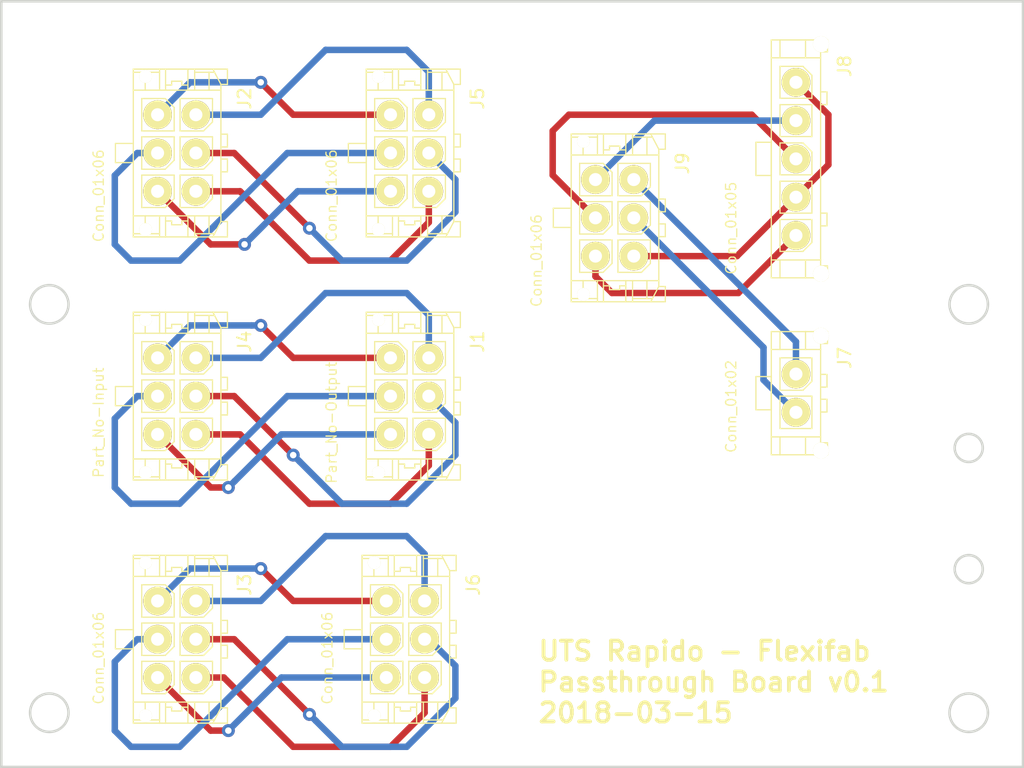
<source format=kicad_pcb>
(kicad_pcb (version 20170919) (host pcbnew "(2017-09-19 revision dddaa7e69)-makepkg")

  (general
    (thickness 1.6)
    (drawings 11)
    (tracks 135)
    (zones 0)
    (modules 9)
    (nets 25)
  )

  (page A4)
  (layers
    (0 F.Cu signal)
    (31 B.Cu signal)
    (32 B.Adhes user)
    (33 F.Adhes user)
    (34 B.Paste user)
    (35 F.Paste user)
    (36 B.SilkS user)
    (37 F.SilkS user)
    (38 B.Mask user)
    (39 F.Mask user)
    (40 Dwgs.User user)
    (41 Cmts.User user)
    (42 Eco1.User user)
    (43 Eco2.User user)
    (44 Edge.Cuts user)
    (45 Margin user)
    (46 B.CrtYd user)
    (47 F.CrtYd user)
    (48 B.Fab user)
    (49 F.Fab user)
  )

  (setup
    (last_trace_width 0.25)
    (trace_clearance 0.254)
    (zone_clearance 0.508)
    (zone_45_only no)
    (trace_min 0.2)
    (segment_width 0.2)
    (edge_width 0.15)
    (via_size 1.016)
    (via_drill 0.508)
    (via_min_size 0.4)
    (via_min_drill 0.3)
    (uvia_size 0.3)
    (uvia_drill 0.1)
    (uvias_allowed no)
    (uvia_min_size 0.2)
    (uvia_min_drill 0.1)
    (pcb_text_width 0.3)
    (pcb_text_size 1.5 1.5)
    (mod_edge_width 0.15)
    (mod_text_size 1 1)
    (mod_text_width 0.15)
    (pad_size 1.524 1.524)
    (pad_drill 0.762)
    (pad_to_mask_clearance 0.2)
    (aux_axis_origin 0 0)
    (visible_elements 7FFFFFFF)
    (pcbplotparams
      (layerselection 0x010fc_ffffffff)
      (usegerberextensions false)
      (usegerberattributes true)
      (usegerberadvancedattributes true)
      (creategerberjobfile true)
      (excludeedgelayer true)
      (linewidth 0.100000)
      (plotframeref false)
      (viasonmask false)
      (mode 1)
      (useauxorigin false)
      (hpglpennumber 1)
      (hpglpenspeed 20)
      (hpglpendiameter 15)
      (psnegative false)
      (psa4output false)
      (plotreference true)
      (plotvalue true)
      (plotinvisibletext false)
      (padsonsilk false)
      (subtractmaskfromsilk false)
      (outputformat 1)
      (mirror false)
      (drillshape 1)
      (scaleselection 1)
      (outputdirectory ""))
  )

  (net 0 "")
  (net 1 "Net-(J1-Pad1)")
  (net 2 "Net-(J1-Pad2)")
  (net 3 "Net-(J1-Pad3)")
  (net 4 "Net-(J1-Pad4)")
  (net 5 "Net-(J1-Pad5)")
  (net 6 "Net-(J1-Pad6)")
  (net 7 "Net-(J2-Pad1)")
  (net 8 "Net-(J2-Pad2)")
  (net 9 "Net-(J2-Pad3)")
  (net 10 "Net-(J2-Pad4)")
  (net 11 "Net-(J2-Pad5)")
  (net 12 "Net-(J2-Pad6)")
  (net 13 "Net-(J3-Pad1)")
  (net 14 "Net-(J3-Pad2)")
  (net 15 "Net-(J3-Pad3)")
  (net 16 "Net-(J3-Pad4)")
  (net 17 "Net-(J3-Pad5)")
  (net 18 "Net-(J3-Pad6)")
  (net 19 "Net-(J7-Pad1)")
  (net 20 "Net-(J7-Pad2)")
  (net 21 "Net-(J8-Pad1)")
  (net 22 "Net-(J8-Pad2)")
  (net 23 "Net-(J8-Pad3)")
  (net 24 "Net-(J8-Pad5)")

  (net_class Default "This is the default net class."
    (clearance 0.254)
    (trace_width 0.25)
    (via_dia 1.016)
    (via_drill 0.508)
    (uvia_dia 0.3)
    (uvia_drill 0.1)
    (add_net "Net-(J1-Pad1)")
    (add_net "Net-(J1-Pad2)")
    (add_net "Net-(J1-Pad3)")
    (add_net "Net-(J1-Pad4)")
    (add_net "Net-(J1-Pad5)")
    (add_net "Net-(J1-Pad6)")
    (add_net "Net-(J2-Pad1)")
    (add_net "Net-(J2-Pad2)")
    (add_net "Net-(J2-Pad3)")
    (add_net "Net-(J2-Pad4)")
    (add_net "Net-(J2-Pad5)")
    (add_net "Net-(J2-Pad6)")
    (add_net "Net-(J3-Pad1)")
    (add_net "Net-(J3-Pad2)")
    (add_net "Net-(J3-Pad3)")
    (add_net "Net-(J3-Pad4)")
    (add_net "Net-(J3-Pad5)")
    (add_net "Net-(J3-Pad6)")
    (add_net "Net-(J7-Pad1)")
    (add_net "Net-(J7-Pad2)")
    (add_net "Net-(J8-Pad1)")
    (add_net "Net-(J8-Pad2)")
    (add_net "Net-(J8-Pad3)")
    (add_net "Net-(J8-Pad5)")
  )

  (module RemoteLabs:Molex-43650-02##-Micro-Fit_3.00mm_Pitch_Vertical_Single_Row_PCB_Header-2Pin (layer F.Cu) (tedit 5AA9A890) (tstamp 5AA8E694)
    (at 138.43 80.01 90)
    (path /5AA62A12)
    (fp_text reference J7 (at 1.27 3.81 90) (layer F.SilkS)
      (effects (font (size 1 1) (thickness 0.15)))
    )
    (fp_text value Conn_01x02 (at -2.54 -5.08 90) (layer F.SilkS)
      (effects (font (size 0.8 0.8) (thickness 0.1)))
    )
    (fp_line (start 2.365 1.93) (end 3.325 1.43) (layer F.SilkS) (width 0.1))
    (fp_line (start 1.925 1.93) (end 2.365 1.93) (layer F.SilkS) (width 0.1))
    (fp_line (start 1.925 0.75) (end 1.925 1.93) (layer F.SilkS) (width 0.1))
    (fp_line (start 3.325 1.43) (end 3.325 0.75) (layer F.SilkS) (width 0.1))
    (fp_line (start 1.925 0.75) (end 3.325 0.75) (layer F.SilkS) (width 0.1))
    (fp_line (start -6.325 -1.93) (end -4.925 -1.93) (layer F.SilkS) (width 0.1))
    (fp_line (start -4.925 -1.93) (end -4.925 -1.25) (layer F.SilkS) (width 0.1))
    (fp_line (start -6.325 -1.93) (end -6.325 -1.25) (layer F.SilkS) (width 0.1))
    (fp_line (start -6.325 -1.25) (end -4.925 -1.25) (layer F.SilkS) (width 0.1))
    (fp_line (start -4.925 1.93) (end 1.925 1.93) (layer F.SilkS) (width 0.1))
    (fp_line (start -4.925 1.93) (end -4.925 0.75) (layer F.SilkS) (width 0.1))
    (fp_line (start -4.925 -1.93) (end 1.925 -1.93) (layer F.SilkS) (width 0.1))
    (fp_line (start 1.925 -1.93) (end 1.925 -1.25) (layer F.SilkS) (width 0.1))
    (fp_line (start -4.27 1.25) (end -4.27 -1.25) (layer F.SilkS) (width 0.1))
    (fp_line (start -1.73 1.25) (end -4.27 1.25) (layer F.SilkS) (width 0.1))
    (fp_line (start -1.73 -1.25) (end -1.73 1.25) (layer F.SilkS) (width 0.1))
    (fp_line (start -4.27 -1.25) (end -1.73 -1.25) (layer F.SilkS) (width 0.1))
    (fp_line (start -1.27 -1.25) (end 1.27 -1.25) (layer F.SilkS) (width 0.1))
    (fp_line (start -1.27 0.55) (end -1.27 -1.25) (layer F.SilkS) (width 0.1))
    (fp_line (start -1.27 0.55) (end -0.57 1.25) (layer F.SilkS) (width 0.1))
    (fp_line (start 1.27 1.25) (end -0.57 1.25) (layer F.SilkS) (width 0.1))
    (fp_line (start 1.27 -1.25) (end 1.27 1.25) (layer F.SilkS) (width 0.1))
    (fp_line (start 1.925 0.75) (end 1.925 -1.25) (layer F.SilkS) (width 0.1))
    (fp_line (start -4.925 -1.25) (end -4.925 0.75) (layer F.SilkS) (width 0.1))
    (fp_line (start 1.925 -1.93) (end 3.325 -1.93) (layer F.SilkS) (width 0.1))
    (fp_line (start 3.325 -1.93) (end 3.325 -1.25) (layer F.SilkS) (width 0.1))
    (fp_line (start 1.925 -1.25) (end 3.325 -1.25) (layer F.SilkS) (width 0.1))
    (fp_line (start -5.365 1.93) (end -4.925 1.93) (layer F.SilkS) (width 0.1))
    (fp_line (start -6.325 1.43) (end -5.365 1.93) (layer F.SilkS) (width 0.1))
    (fp_line (start -6.325 0.75) (end -6.325 1.43) (layer F.SilkS) (width 0.1))
    (fp_line (start -6.325 0.75) (end -4.925 0.75) (layer F.SilkS) (width 0.1))
    (fp_line (start -0.2 -1.935) (end -2.8 -1.935) (layer F.SilkS) (width 0.1))
    (fp_line (start -0.2 -1.93) (end -0.2 -1.935) (layer F.SilkS) (width 0.1))
    (fp_line (start -2.8 -1.93) (end -2.8 -1.935) (layer F.SilkS) (width 0.1))
    (fp_line (start -0.2 -1.935) (end -0.2 -3.135) (layer F.SilkS) (width 0.1))
    (fp_line (start -2.8 -3.135) (end -2.8 -1.935) (layer F.SilkS) (width 0.1))
    (fp_line (start -0.2 -3.135) (end -2.8 -3.135) (layer F.SilkS) (width 0.1))
    (fp_line (start -1.975 1.93) (end -1.975 2.43) (layer F.SilkS) (width 0.1))
    (fp_line (start -2.975 1.93) (end -2.975 2.43) (layer F.SilkS) (width 0.1))
    (fp_line (start -2.975 2.43) (end -1.975 2.43) (layer F.SilkS) (width 0.1))
    (fp_line (start -1.025 2.43) (end -1.025 1.93) (layer F.SilkS) (width 0.1))
    (fp_line (start -1.025 2.43) (end -0.025 2.43) (layer F.SilkS) (width 0.1))
    (fp_line (start -0.025 1.93) (end -0.025 2.43) (layer F.SilkS) (width 0.1))
    (fp_line (start -6.325 -1.25) (end -6.325 0.75) (layer F.SilkS) (width 0.1))
    (fp_line (start 3.325 -1.25) (end 3.325 0.75) (layer F.SilkS) (width 0.1))
    (fp_line (start -3.12 -0.12) (end -3.12 0.12) (layer F.SilkS) (width 0.1))
    (fp_line (start -3.12 0.12) (end -3.32 0.32) (layer F.SilkS) (width 0.1))
    (fp_line (start -3.32 -0.32) (end -3.32 0.32) (layer F.SilkS) (width 0.1))
    (fp_line (start -3.12 -0.12) (end -3.32 -0.32) (layer F.SilkS) (width 0.1))
    (fp_line (start -2.68 0.32) (end -3.32 0.32) (layer F.SilkS) (width 0.1))
    (fp_line (start -2.88 0.12) (end -3.12 0.12) (layer F.SilkS) (width 0.1))
    (fp_line (start -2.68 0.32) (end -2.88 0.12) (layer F.SilkS) (width 0.1))
    (fp_line (start -2.88 -0.12) (end -3.12 -0.12) (layer F.SilkS) (width 0.1))
    (fp_line (start -2.88 0.12) (end -2.88 -0.12) (layer F.SilkS) (width 0.1))
    (fp_line (start -3.32 -0.32) (end -2.68 -0.32) (layer F.SilkS) (width 0.1))
    (fp_line (start -2.68 -0.32) (end -2.88 -0.12) (layer F.SilkS) (width 0.1))
    (fp_line (start -2.68 -0.32) (end -2.68 0.32) (layer F.SilkS) (width 0.1))
    (fp_line (start -0.12 0.12) (end -0.32 0.32) (layer F.SilkS) (width 0.1))
    (fp_line (start -0.32 -0.32) (end -0.32 0.32) (layer F.SilkS) (width 0.1))
    (fp_line (start -0.12 -0.12) (end -0.32 -0.32) (layer F.SilkS) (width 0.1))
    (fp_line (start -0.12 0.12) (end -0.12 -0.12) (layer F.SilkS) (width 0.1))
    (fp_line (start 0.32 0.32) (end 0.12 0.12) (layer F.SilkS) (width 0.1))
    (fp_line (start 0.12 -0.12) (end 0.12 0.12) (layer F.SilkS) (width 0.1))
    (fp_line (start 0.32 -0.32) (end 0.12 -0.12) (layer F.SilkS) (width 0.1))
    (fp_line (start 0.32 -0.32) (end 0.32 0.32) (layer F.SilkS) (width 0.1))
    (fp_line (start 0.12 -0.12) (end -0.12 -0.12) (layer F.SilkS) (width 0.1))
    (fp_line (start 0.12 0.12) (end -0.12 0.12) (layer F.SilkS) (width 0.1))
    (fp_line (start 0.32 0.32) (end -0.32 0.32) (layer F.SilkS) (width 0.1))
    (fp_line (start -0.32 -0.32) (end 0.32 -0.32) (layer F.SilkS) (width 0.1))
    (fp_line (start 2.39 1.916979) (end 2.39 2.47) (layer F.SilkS) (width 0.1))
    (fp_line (start 3.325 2.47) (end 2.39 2.47) (layer F.SilkS) (width 0.1))
    (fp_line (start 3.325 1.43) (end 3.325 2.47) (layer F.SilkS) (width 0.1))
    (fp_line (start -5.39 2.47) (end -6.325 2.47) (layer F.SilkS) (width 0.1))
    (fp_line (start -5.39 2.47) (end -5.39 1.916979) (layer F.SilkS) (width 0.1))
    (fp_line (start -6.325 1.43) (end -6.325 2.47) (layer F.SilkS) (width 0.1))
    (pad 1 thru_hole circle (at 0 0 90) (size 2.25 2.25) (drill 1.02) (layers *.Cu *.Mask F.SilkS)
      (net 19 "Net-(J7-Pad1)"))
    (pad 2 thru_hole circle (at -3 0 90) (size 2.25 2.25) (drill 1.02) (layers *.Cu *.Mask F.SilkS)
      (net 20 "Net-(J7-Pad2)"))
    (pad "" np_thru_hole circle (at 3 1.96 90) (size 1.27 1.27) (drill 1.27) (layers *.Cu *.Mask F.SilkS))
    (pad "" np_thru_hole circle (at -6 1.96 90) (size 1.27 1.27) (drill 1.27) (layers *.Cu *.Mask F.SilkS))
    (model RemoteLabs.pretty/molex-43650-02##-micro-fit_3.00mm_pitch_vertical_single_row_pcb_header-2pin.wrl
      (at (xyz 0 0 0))
      (scale (xyz 0.3937007 0.3937007 0.3937007))
      (rotate (xyz 0 0 0))
    )
  )

  (module RemoteLabs:Molex-43045-06##-Micro-Fit_3.00mm_Pitch_Vertical_Header-6Pin (layer F.Cu) (tedit 5AA9AAC9) (tstamp 5AA8DD0A)
    (at 91.44 78.74 90)
    (path /5AA5F6C0)
    (fp_text reference J4 (at 1.27 3.81 90) (layer F.SilkS)
      (effects (font (size 1 1) (thickness 0.15)))
    )
    (fp_text value Part_No-Input (at -5.08 -7.62 90) (layer F.SilkS)
      (effects (font (size 0.8 0.8) (thickness 0.1)))
    )
    (fp_line (start 3.575 2.47) (end 3.575 1.328421) (layer F.SilkS) (width 0.1))
    (fp_line (start 3.575 2.47) (end 2.375 2.47) (layer F.SilkS) (width 0.1))
    (fp_line (start 2.375 2.47) (end 2.375 1.96) (layer F.SilkS) (width 0.1))
    (fp_line (start -9.575 2.47) (end -9.575 1.328421) (layer F.SilkS) (width 0.1))
    (fp_line (start -8.375 2.47) (end -8.375 1.96) (layer F.SilkS) (width 0.1))
    (fp_line (start -8.375 2.47) (end -9.575 2.47) (layer F.SilkS) (width 0.1))
    (fp_line (start -9.575 -0.625) (end -9.575 -2.375) (layer F.SilkS) (width 0.1))
    (fp_line (start -8.625 -1.1) (end -8.325 -1.1) (layer F.SilkS) (width 0.1))
    (fp_line (start -8.325 -0.625) (end -8.325 -1.1) (layer F.SilkS) (width 0.1))
    (fp_line (start -8.625 -1.9) (end -8.625 -1.1) (layer F.SilkS) (width 0.1))
    (fp_line (start -8.325 -2.375) (end -8.325 -1.9) (layer F.SilkS) (width 0.1))
    (fp_line (start -8.325 -1.9) (end -8.625 -1.9) (layer F.SilkS) (width 0.1))
    (fp_line (start 3.575 -0.625) (end 3.575 -2.375) (layer F.SilkS) (width 0.1))
    (fp_line (start 2.625 -1.1) (end 2.625 -1.9) (layer F.SilkS) (width 0.1))
    (fp_line (start 2.325 -2.375) (end 2.325 -1.9) (layer F.SilkS) (width 0.1))
    (fp_line (start 2.625 -1.9) (end 2.325 -1.9) (layer F.SilkS) (width 0.1))
    (fp_line (start 2.325 -1.1) (end 2.625 -1.1) (layer F.SilkS) (width 0.1))
    (fp_line (start 2.325 -0.625) (end 2.325 -1.1) (layer F.SilkS) (width 0.1))
    (fp_line (start -9.575 -2.375) (end -9.575 -2.845) (layer F.SilkS) (width 0.1))
    (fp_line (start -9.575 -2.375) (end -7.925 -2.375) (layer F.SilkS) (width 0.1))
    (fp_line (start 3.575 -2.375) (end 3.575 -2.845) (layer F.SilkS) (width 0.1))
    (fp_line (start 3.575 -2.375) (end 1.925 -2.375) (layer F.SilkS) (width 0.1))
    (fp_line (start -9.575 -0.095) (end -9.575 -0.625) (layer F.SilkS) (width 0.1))
    (fp_line (start -9.575 -0.625) (end -7.925 -0.625) (layer F.SilkS) (width 0.1))
    (fp_line (start 3.575 -0.095) (end 3.575 -0.625) (layer F.SilkS) (width 0.1))
    (fp_line (start 3.575 -0.625) (end 1.925 -0.625) (layer F.SilkS) (width 0.1))
    (fp_line (start -9.325 1.46) (end -9.575 1.328421) (layer F.SilkS) (width 0.1))
    (fp_line (start -9.325 -0.095) (end -9.575 -0.095) (layer F.SilkS) (width 0.1))
    (fp_line (start -9.575 1.328421) (end -9.575 -0.095) (layer F.SilkS) (width 0.1))
    (fp_line (start 3.325 1.46) (end 3.575 1.328421) (layer F.SilkS) (width 0.1))
    (fp_line (start 3.325 -0.095) (end 3.575 -0.095) (layer F.SilkS) (width 0.1))
    (fp_line (start 3.575 -0.095) (end 3.575 1.328421) (layer F.SilkS) (width 0.1))
    (fp_line (start 3.325 -4.9) (end 3.575 -4.9) (layer F.SilkS) (width 0.1))
    (fp_line (start 3.325 -2.845) (end 3.575 -2.845) (layer F.SilkS) (width 0.1))
    (fp_line (start 3.575 -4.9) (end 3.575 -2.845) (layer F.SilkS) (width 0.1))
    (fp_line (start -9.325 -4.9) (end -9.575 -4.9) (layer F.SilkS) (width 0.1))
    (fp_line (start -9.325 -2.845) (end -9.575 -2.845) (layer F.SilkS) (width 0.1))
    (fp_line (start -9.575 -2.845) (end -9.575 -4.9) (layer F.SilkS) (width 0.1))
    (fp_line (start -7.925 -2.845) (end -9.325 -2.845) (layer F.SilkS) (width 0.1))
    (fp_line (start -9.325 -2.845) (end -9.325 -3.97) (layer F.SilkS) (width 0.1))
    (fp_line (start -3.475 2.47) (end -3.475 1.96) (layer F.SilkS) (width 0.1))
    (fp_line (start -4.475 1.96) (end -4.475 2.47) (layer F.SilkS) (width 0.1))
    (fp_line (start -4.475 2.47) (end -3.475 2.47) (layer F.SilkS) (width 0.1))
    (fp_line (start 3.325 -2.845) (end 1.925 -2.845) (layer F.SilkS) (width 0.1))
    (fp_line (start 3.325 -2.845) (end 3.325 -3.97) (layer F.SilkS) (width 0.1))
    (fp_line (start -9.325 1.03) (end -9.325 -0.095) (layer F.SilkS) (width 0.1))
    (fp_line (start -7.925 -0.095) (end -9.325 -0.095) (layer F.SilkS) (width 0.1))
    (fp_line (start -2.525 1.96) (end -2.525 2.47) (layer F.SilkS) (width 0.1))
    (fp_line (start -2.525 2.47) (end -1.525 2.47) (layer F.SilkS) (width 0.1))
    (fp_line (start -1.525 2.47) (end -1.525 1.96) (layer F.SilkS) (width 0.1))
    (fp_line (start 3.325 1.03) (end 3.325 -0.095) (layer F.SilkS) (width 0.1))
    (fp_line (start 3.325 -0.095) (end 1.925 -0.095) (layer F.SilkS) (width 0.1))
    (fp_line (start -3.75 -6.3) (end -3.75 -4.9) (layer F.SilkS) (width 0.1))
    (fp_line (start -2.25 -6.3) (end -2.25 -4.9) (layer F.SilkS) (width 0.1))
    (fp_line (start -3.75 -6.3) (end -2.25 -6.3) (layer F.SilkS) (width 0.1))
    (fp_line (start 3.325 -4.9) (end 1.925 -4.9) (layer F.SilkS) (width 0.1))
    (fp_line (start 3.325 -4.9) (end 3.325 -3.97) (layer F.SilkS) (width 0.1))
    (fp_line (start 3.325 -3.97) (end 1.925 -3.97) (layer F.SilkS) (width 0.1))
    (fp_line (start -1.27 -4.24) (end -1.27 -1.7) (layer F.SilkS) (width 0.1))
    (fp_line (start 1.27 -4.24) (end -1.27 -4.24) (layer F.SilkS) (width 0.1))
    (fp_line (start 1.925 1.03) (end 1.925 -3.97) (layer F.SilkS) (width 0.1))
    (fp_line (start 0.57 -1.7) (end 1.27 -2.4) (layer F.SilkS) (width 0.1))
    (fp_line (start -1.27 -1.7) (end 0.57 -1.7) (layer F.SilkS) (width 0.1))
    (fp_line (start -6.57 1.3) (end -4.73 1.3) (layer F.SilkS) (width 0.1))
    (fp_line (start -7.925 1.96) (end 1.925 1.96) (layer F.SilkS) (width 0.1))
    (fp_line (start -7.27 -1.24) (end -7.27 0.6) (layer F.SilkS) (width 0.1))
    (fp_line (start -4.27 -2.4) (end -3.57 -1.7) (layer F.SilkS) (width 0.1))
    (fp_line (start -4.27 -4.24) (end -4.27 -2.4) (layer F.SilkS) (width 0.1))
    (fp_line (start -7.925 -4.9) (end 1.925 -4.9) (layer F.SilkS) (width 0.1))
    (fp_line (start 1.27 -1.24) (end -1.27 -1.24) (layer F.SilkS) (width 0.1))
    (fp_line (start 1.27 1.3) (end 1.27 -1.24) (layer F.SilkS) (width 0.1))
    (fp_line (start -0.57 1.3) (end 1.27 1.3) (layer F.SilkS) (width 0.1))
    (fp_line (start -1.27 0.6) (end -0.57 1.3) (layer F.SilkS) (width 0.1))
    (fp_line (start -1.27 -1.24) (end -1.27 0.6) (layer F.SilkS) (width 0.1))
    (fp_line (start -4.27 -1.24) (end -4.27 0.6) (layer F.SilkS) (width 0.1))
    (fp_line (start -1.73 -1.24) (end -4.27 -1.24) (layer F.SilkS) (width 0.1))
    (fp_line (start -1.73 1.3) (end -1.73 -1.24) (layer F.SilkS) (width 0.1))
    (fp_line (start -3.57 1.3) (end -1.73 1.3) (layer F.SilkS) (width 0.1))
    (fp_line (start -7.925 1.03) (end -7.925 -3.97) (layer F.SilkS) (width 0.1))
    (fp_line (start -3.57 -1.7) (end -1.73 -1.7) (layer F.SilkS) (width 0.1))
    (fp_line (start -1.73 -4.24) (end -4.27 -4.24) (layer F.SilkS) (width 0.1))
    (fp_line (start -1.73 -1.7) (end -1.73 -4.24) (layer F.SilkS) (width 0.1))
    (fp_line (start -6.57 -1.7) (end -4.73 -1.7) (layer F.SilkS) (width 0.1))
    (fp_line (start -7.27 -2.4) (end -6.57 -1.7) (layer F.SilkS) (width 0.1))
    (fp_line (start -7.27 -4.24) (end -7.27 -2.4) (layer F.SilkS) (width 0.1))
    (fp_line (start -4.73 -4.24) (end -7.27 -4.24) (layer F.SilkS) (width 0.1))
    (fp_line (start -4.73 -1.7) (end -4.73 -4.24) (layer F.SilkS) (width 0.1))
    (fp_line (start -4.73 -1.24) (end -7.27 -1.24) (layer F.SilkS) (width 0.1))
    (fp_line (start -4.73 1.3) (end -4.73 -1.24) (layer F.SilkS) (width 0.1))
    (fp_line (start -7.27 0.6) (end -6.57 1.3) (layer F.SilkS) (width 0.1))
    (fp_line (start 1.925 -4.9) (end 1.925 -3.97) (layer F.SilkS) (width 0.1))
    (fp_line (start 1.27 -2.4) (end 1.27 -4.24) (layer F.SilkS) (width 0.1))
    (fp_line (start -4.27 0.6) (end -3.57 1.3) (layer F.SilkS) (width 0.1))
    (fp_line (start -7.925 -4.9) (end -9.325 -4.9) (layer F.SilkS) (width 0.1))
    (fp_line (start -7.925 -3.97) (end -9.325 -3.97) (layer F.SilkS) (width 0.1))
    (fp_line (start -7.925 -4.9) (end -7.925 -3.97) (layer F.SilkS) (width 0.1))
    (fp_line (start -9.325 -4.9) (end -9.325 -3.97) (layer F.SilkS) (width 0.1))
    (fp_line (start 2.375 1.96) (end 1.925 1.96) (layer F.SilkS) (width 0.1))
    (fp_line (start 3.325 1.03) (end 1.925 1.03) (layer F.SilkS) (width 0.1))
    (fp_line (start 1.925 1.03) (end 1.925 1.96) (layer F.SilkS) (width 0.1))
    (fp_line (start 3.325 1.46) (end 2.375 1.96) (layer F.SilkS) (width 0.1))
    (fp_line (start 3.325 1.03) (end 3.325 1.46) (layer F.SilkS) (width 0.1))
    (fp_line (start -7.925 1.96) (end -8.375 1.96) (layer F.SilkS) (width 0.1))
    (fp_line (start -9.325 1.03) (end -9.325 1.46) (layer F.SilkS) (width 0.1))
    (fp_line (start -9.325 1.46) (end -8.375 1.96) (layer F.SilkS) (width 0.1))
    (fp_line (start -7.925 1.03) (end -7.925 1.96) (layer F.SilkS) (width 0.1))
    (fp_line (start -7.925 1.03) (end -9.325 1.03) (layer F.SilkS) (width 0.1))
    (pad 6 thru_hole circle (at -6 -3 90) (size 2.25 2.25) (drill 1.02) (layers *.Cu *.Mask F.SilkS)
      (net 6 "Net-(J1-Pad6)"))
    (pad 5 thru_hole circle (at -3 -3 90) (size 2.25 2.25) (drill 1.02) (layers *.Cu *.Mask F.SilkS)
      (net 5 "Net-(J1-Pad5)"))
    (pad 4 thru_hole circle (at 0 -3 90) (size 2.25 2.25) (drill 1.02) (layers *.Cu *.Mask F.SilkS)
      (net 4 "Net-(J1-Pad4)"))
    (pad 3 thru_hole circle (at -6 0 90) (size 2.25 2.25) (drill 1.02) (layers *.Cu *.Mask F.SilkS)
      (net 3 "Net-(J1-Pad3)"))
    (pad 2 thru_hole circle (at -3 0 90) (size 2.25 2.25) (drill 1.02) (layers *.Cu *.Mask F.SilkS)
      (net 2 "Net-(J1-Pad2)"))
    (pad 1 thru_hole circle (at 0 0 90) (size 2.25 2.25) (drill 1.02) (layers *.Cu *.Mask F.SilkS)
      (net 1 "Net-(J1-Pad1)"))
    (pad "" np_thru_hole circle (at -9 -3.94 90) (size 1.02 1.02) (drill 1.02) (layers *.Cu *.Mask F.SilkS))
    (pad "" np_thru_hole circle (at 3 -3.94 90) (size 1.02 1.02) (drill 1.02) (layers *.Cu *.Mask F.SilkS))
    (model RemoteLabs.pretty/molex-43045-06##-micro-fit_3.00mm_pitch_vertical_header-6pin.wrl
      (at (xyz 0 0 0))
      (scale (xyz 0.393701 0.393701 0.393701))
      (rotate (xyz 0 0 0))
    )
  )

  (module RemoteLabs:Molex-43045-06##-Micro-Fit_3.00mm_Pitch_Vertical_Header-6Pin (layer F.Cu) (tedit 5AA9A8A1) (tstamp 5AA8DFCE)
    (at 91.44 59.69 90)
    (path /5AA5FD91)
    (fp_text reference J2 (at 1.27 3.81 90) (layer F.SilkS)
      (effects (font (size 1 1) (thickness 0.15)))
    )
    (fp_text value Conn_01x06 (at -6.35 -7.62 90) (layer F.SilkS)
      (effects (font (size 0.8 0.8) (thickness 0.1)))
    )
    (fp_line (start -7.925 1.03) (end -9.325 1.03) (layer F.SilkS) (width 0.1))
    (fp_line (start -7.925 1.03) (end -7.925 1.96) (layer F.SilkS) (width 0.1))
    (fp_line (start -9.325 1.46) (end -8.375 1.96) (layer F.SilkS) (width 0.1))
    (fp_line (start -9.325 1.03) (end -9.325 1.46) (layer F.SilkS) (width 0.1))
    (fp_line (start -7.925 1.96) (end -8.375 1.96) (layer F.SilkS) (width 0.1))
    (fp_line (start 3.325 1.03) (end 3.325 1.46) (layer F.SilkS) (width 0.1))
    (fp_line (start 3.325 1.46) (end 2.375 1.96) (layer F.SilkS) (width 0.1))
    (fp_line (start 1.925 1.03) (end 1.925 1.96) (layer F.SilkS) (width 0.1))
    (fp_line (start 3.325 1.03) (end 1.925 1.03) (layer F.SilkS) (width 0.1))
    (fp_line (start 2.375 1.96) (end 1.925 1.96) (layer F.SilkS) (width 0.1))
    (fp_line (start -9.325 -4.9) (end -9.325 -3.97) (layer F.SilkS) (width 0.1))
    (fp_line (start -7.925 -4.9) (end -7.925 -3.97) (layer F.SilkS) (width 0.1))
    (fp_line (start -7.925 -3.97) (end -9.325 -3.97) (layer F.SilkS) (width 0.1))
    (fp_line (start -7.925 -4.9) (end -9.325 -4.9) (layer F.SilkS) (width 0.1))
    (fp_line (start -4.27 0.6) (end -3.57 1.3) (layer F.SilkS) (width 0.1))
    (fp_line (start 1.27 -2.4) (end 1.27 -4.24) (layer F.SilkS) (width 0.1))
    (fp_line (start 1.925 -4.9) (end 1.925 -3.97) (layer F.SilkS) (width 0.1))
    (fp_line (start -7.27 0.6) (end -6.57 1.3) (layer F.SilkS) (width 0.1))
    (fp_line (start -4.73 1.3) (end -4.73 -1.24) (layer F.SilkS) (width 0.1))
    (fp_line (start -4.73 -1.24) (end -7.27 -1.24) (layer F.SilkS) (width 0.1))
    (fp_line (start -4.73 -1.7) (end -4.73 -4.24) (layer F.SilkS) (width 0.1))
    (fp_line (start -4.73 -4.24) (end -7.27 -4.24) (layer F.SilkS) (width 0.1))
    (fp_line (start -7.27 -4.24) (end -7.27 -2.4) (layer F.SilkS) (width 0.1))
    (fp_line (start -7.27 -2.4) (end -6.57 -1.7) (layer F.SilkS) (width 0.1))
    (fp_line (start -6.57 -1.7) (end -4.73 -1.7) (layer F.SilkS) (width 0.1))
    (fp_line (start -1.73 -1.7) (end -1.73 -4.24) (layer F.SilkS) (width 0.1))
    (fp_line (start -1.73 -4.24) (end -4.27 -4.24) (layer F.SilkS) (width 0.1))
    (fp_line (start -3.57 -1.7) (end -1.73 -1.7) (layer F.SilkS) (width 0.1))
    (fp_line (start -7.925 1.03) (end -7.925 -3.97) (layer F.SilkS) (width 0.1))
    (fp_line (start -3.57 1.3) (end -1.73 1.3) (layer F.SilkS) (width 0.1))
    (fp_line (start -1.73 1.3) (end -1.73 -1.24) (layer F.SilkS) (width 0.1))
    (fp_line (start -1.73 -1.24) (end -4.27 -1.24) (layer F.SilkS) (width 0.1))
    (fp_line (start -4.27 -1.24) (end -4.27 0.6) (layer F.SilkS) (width 0.1))
    (fp_line (start -1.27 -1.24) (end -1.27 0.6) (layer F.SilkS) (width 0.1))
    (fp_line (start -1.27 0.6) (end -0.57 1.3) (layer F.SilkS) (width 0.1))
    (fp_line (start -0.57 1.3) (end 1.27 1.3) (layer F.SilkS) (width 0.1))
    (fp_line (start 1.27 1.3) (end 1.27 -1.24) (layer F.SilkS) (width 0.1))
    (fp_line (start 1.27 -1.24) (end -1.27 -1.24) (layer F.SilkS) (width 0.1))
    (fp_line (start -7.925 -4.9) (end 1.925 -4.9) (layer F.SilkS) (width 0.1))
    (fp_line (start -4.27 -4.24) (end -4.27 -2.4) (layer F.SilkS) (width 0.1))
    (fp_line (start -4.27 -2.4) (end -3.57 -1.7) (layer F.SilkS) (width 0.1))
    (fp_line (start -7.27 -1.24) (end -7.27 0.6) (layer F.SilkS) (width 0.1))
    (fp_line (start -7.925 1.96) (end 1.925 1.96) (layer F.SilkS) (width 0.1))
    (fp_line (start -6.57 1.3) (end -4.73 1.3) (layer F.SilkS) (width 0.1))
    (fp_line (start -1.27 -1.7) (end 0.57 -1.7) (layer F.SilkS) (width 0.1))
    (fp_line (start 0.57 -1.7) (end 1.27 -2.4) (layer F.SilkS) (width 0.1))
    (fp_line (start 1.925 1.03) (end 1.925 -3.97) (layer F.SilkS) (width 0.1))
    (fp_line (start 1.27 -4.24) (end -1.27 -4.24) (layer F.SilkS) (width 0.1))
    (fp_line (start -1.27 -4.24) (end -1.27 -1.7) (layer F.SilkS) (width 0.1))
    (fp_line (start 3.325 -3.97) (end 1.925 -3.97) (layer F.SilkS) (width 0.1))
    (fp_line (start 3.325 -4.9) (end 3.325 -3.97) (layer F.SilkS) (width 0.1))
    (fp_line (start 3.325 -4.9) (end 1.925 -4.9) (layer F.SilkS) (width 0.1))
    (fp_line (start -3.75 -6.3) (end -2.25 -6.3) (layer F.SilkS) (width 0.1))
    (fp_line (start -2.25 -6.3) (end -2.25 -4.9) (layer F.SilkS) (width 0.1))
    (fp_line (start -3.75 -6.3) (end -3.75 -4.9) (layer F.SilkS) (width 0.1))
    (fp_line (start 3.325 -0.095) (end 1.925 -0.095) (layer F.SilkS) (width 0.1))
    (fp_line (start 3.325 1.03) (end 3.325 -0.095) (layer F.SilkS) (width 0.1))
    (fp_line (start -1.525 2.47) (end -1.525 1.96) (layer F.SilkS) (width 0.1))
    (fp_line (start -2.525 2.47) (end -1.525 2.47) (layer F.SilkS) (width 0.1))
    (fp_line (start -2.525 1.96) (end -2.525 2.47) (layer F.SilkS) (width 0.1))
    (fp_line (start -7.925 -0.095) (end -9.325 -0.095) (layer F.SilkS) (width 0.1))
    (fp_line (start -9.325 1.03) (end -9.325 -0.095) (layer F.SilkS) (width 0.1))
    (fp_line (start 3.325 -2.845) (end 3.325 -3.97) (layer F.SilkS) (width 0.1))
    (fp_line (start 3.325 -2.845) (end 1.925 -2.845) (layer F.SilkS) (width 0.1))
    (fp_line (start -4.475 2.47) (end -3.475 2.47) (layer F.SilkS) (width 0.1))
    (fp_line (start -4.475 1.96) (end -4.475 2.47) (layer F.SilkS) (width 0.1))
    (fp_line (start -3.475 2.47) (end -3.475 1.96) (layer F.SilkS) (width 0.1))
    (fp_line (start -9.325 -2.845) (end -9.325 -3.97) (layer F.SilkS) (width 0.1))
    (fp_line (start -7.925 -2.845) (end -9.325 -2.845) (layer F.SilkS) (width 0.1))
    (fp_line (start -9.575 -2.845) (end -9.575 -4.9) (layer F.SilkS) (width 0.1))
    (fp_line (start -9.325 -2.845) (end -9.575 -2.845) (layer F.SilkS) (width 0.1))
    (fp_line (start -9.325 -4.9) (end -9.575 -4.9) (layer F.SilkS) (width 0.1))
    (fp_line (start 3.575 -4.9) (end 3.575 -2.845) (layer F.SilkS) (width 0.1))
    (fp_line (start 3.325 -2.845) (end 3.575 -2.845) (layer F.SilkS) (width 0.1))
    (fp_line (start 3.325 -4.9) (end 3.575 -4.9) (layer F.SilkS) (width 0.1))
    (fp_line (start 3.575 -0.095) (end 3.575 1.328421) (layer F.SilkS) (width 0.1))
    (fp_line (start 3.325 -0.095) (end 3.575 -0.095) (layer F.SilkS) (width 0.1))
    (fp_line (start 3.325 1.46) (end 3.575 1.328421) (layer F.SilkS) (width 0.1))
    (fp_line (start -9.575 1.328421) (end -9.575 -0.095) (layer F.SilkS) (width 0.1))
    (fp_line (start -9.325 -0.095) (end -9.575 -0.095) (layer F.SilkS) (width 0.1))
    (fp_line (start -9.325 1.46) (end -9.575 1.328421) (layer F.SilkS) (width 0.1))
    (fp_line (start 3.575 -0.625) (end 1.925 -0.625) (layer F.SilkS) (width 0.1))
    (fp_line (start 3.575 -0.095) (end 3.575 -0.625) (layer F.SilkS) (width 0.1))
    (fp_line (start -9.575 -0.625) (end -7.925 -0.625) (layer F.SilkS) (width 0.1))
    (fp_line (start -9.575 -0.095) (end -9.575 -0.625) (layer F.SilkS) (width 0.1))
    (fp_line (start 3.575 -2.375) (end 1.925 -2.375) (layer F.SilkS) (width 0.1))
    (fp_line (start 3.575 -2.375) (end 3.575 -2.845) (layer F.SilkS) (width 0.1))
    (fp_line (start -9.575 -2.375) (end -7.925 -2.375) (layer F.SilkS) (width 0.1))
    (fp_line (start -9.575 -2.375) (end -9.575 -2.845) (layer F.SilkS) (width 0.1))
    (fp_line (start 2.325 -0.625) (end 2.325 -1.1) (layer F.SilkS) (width 0.1))
    (fp_line (start 2.325 -1.1) (end 2.625 -1.1) (layer F.SilkS) (width 0.1))
    (fp_line (start 2.625 -1.9) (end 2.325 -1.9) (layer F.SilkS) (width 0.1))
    (fp_line (start 2.325 -2.375) (end 2.325 -1.9) (layer F.SilkS) (width 0.1))
    (fp_line (start 2.625 -1.1) (end 2.625 -1.9) (layer F.SilkS) (width 0.1))
    (fp_line (start 3.575 -0.625) (end 3.575 -2.375) (layer F.SilkS) (width 0.1))
    (fp_line (start -8.325 -1.9) (end -8.625 -1.9) (layer F.SilkS) (width 0.1))
    (fp_line (start -8.325 -2.375) (end -8.325 -1.9) (layer F.SilkS) (width 0.1))
    (fp_line (start -8.625 -1.9) (end -8.625 -1.1) (layer F.SilkS) (width 0.1))
    (fp_line (start -8.325 -0.625) (end -8.325 -1.1) (layer F.SilkS) (width 0.1))
    (fp_line (start -8.625 -1.1) (end -8.325 -1.1) (layer F.SilkS) (width 0.1))
    (fp_line (start -9.575 -0.625) (end -9.575 -2.375) (layer F.SilkS) (width 0.1))
    (fp_line (start -8.375 2.47) (end -9.575 2.47) (layer F.SilkS) (width 0.1))
    (fp_line (start -8.375 2.47) (end -8.375 1.96) (layer F.SilkS) (width 0.1))
    (fp_line (start -9.575 2.47) (end -9.575 1.328421) (layer F.SilkS) (width 0.1))
    (fp_line (start 2.375 2.47) (end 2.375 1.96) (layer F.SilkS) (width 0.1))
    (fp_line (start 3.575 2.47) (end 2.375 2.47) (layer F.SilkS) (width 0.1))
    (fp_line (start 3.575 2.47) (end 3.575 1.328421) (layer F.SilkS) (width 0.1))
    (pad "" np_thru_hole circle (at 3 -3.94 90) (size 1.02 1.02) (drill 1.02) (layers *.Cu *.Mask F.SilkS))
    (pad "" np_thru_hole circle (at -9 -3.94 90) (size 1.02 1.02) (drill 1.02) (layers *.Cu *.Mask F.SilkS))
    (pad 1 thru_hole circle (at 0 0 90) (size 2.25 2.25) (drill 1.02) (layers *.Cu *.Mask F.SilkS)
      (net 7 "Net-(J2-Pad1)"))
    (pad 2 thru_hole circle (at -3 0 90) (size 2.25 2.25) (drill 1.02) (layers *.Cu *.Mask F.SilkS)
      (net 8 "Net-(J2-Pad2)"))
    (pad 3 thru_hole circle (at -6 0 90) (size 2.25 2.25) (drill 1.02) (layers *.Cu *.Mask F.SilkS)
      (net 9 "Net-(J2-Pad3)"))
    (pad 4 thru_hole circle (at 0 -3 90) (size 2.25 2.25) (drill 1.02) (layers *.Cu *.Mask F.SilkS)
      (net 10 "Net-(J2-Pad4)"))
    (pad 5 thru_hole circle (at -3 -3 90) (size 2.25 2.25) (drill 1.02) (layers *.Cu *.Mask F.SilkS)
      (net 11 "Net-(J2-Pad5)"))
    (pad 6 thru_hole circle (at -6 -3 90) (size 2.25 2.25) (drill 1.02) (layers *.Cu *.Mask F.SilkS)
      (net 12 "Net-(J2-Pad6)"))
    (model RemoteLabs.pretty/molex-43045-06##-micro-fit_3.00mm_pitch_vertical_header-6pin.wrl
      (at (xyz 0 0 0))
      (scale (xyz 0.393701 0.393701 0.393701))
      (rotate (xyz 0 0 0))
    )
  )

  (module RemoteLabs:Molex-43045-06##-Micro-Fit_3.00mm_Pitch_Vertical_Header-6Pin (layer F.Cu) (tedit 5AA9A8B0) (tstamp 5AA8E292)
    (at 109.35 97.79 90)
    (path /5AA6013C)
    (fp_text reference J6 (at 1.27 3.81 90) (layer F.SilkS)
      (effects (font (size 1 1) (thickness 0.15)))
    )
    (fp_text value Conn_01x06 (at -4.479256 -7.62 90) (layer F.SilkS)
      (effects (font (size 0.8 0.8) (thickness 0.1)))
    )
    (fp_line (start 3.575 2.47) (end 3.575 1.328421) (layer F.SilkS) (width 0.1))
    (fp_line (start 3.575 2.47) (end 2.375 2.47) (layer F.SilkS) (width 0.1))
    (fp_line (start 2.375 2.47) (end 2.375 1.96) (layer F.SilkS) (width 0.1))
    (fp_line (start -9.575 2.47) (end -9.575 1.328421) (layer F.SilkS) (width 0.1))
    (fp_line (start -8.375 2.47) (end -8.375 1.96) (layer F.SilkS) (width 0.1))
    (fp_line (start -8.375 2.47) (end -9.575 2.47) (layer F.SilkS) (width 0.1))
    (fp_line (start -9.575 -0.625) (end -9.575 -2.375) (layer F.SilkS) (width 0.1))
    (fp_line (start -8.625 -1.1) (end -8.325 -1.1) (layer F.SilkS) (width 0.1))
    (fp_line (start -8.325 -0.625) (end -8.325 -1.1) (layer F.SilkS) (width 0.1))
    (fp_line (start -8.625 -1.9) (end -8.625 -1.1) (layer F.SilkS) (width 0.1))
    (fp_line (start -8.325 -2.375) (end -8.325 -1.9) (layer F.SilkS) (width 0.1))
    (fp_line (start -8.325 -1.9) (end -8.625 -1.9) (layer F.SilkS) (width 0.1))
    (fp_line (start 3.575 -0.625) (end 3.575 -2.375) (layer F.SilkS) (width 0.1))
    (fp_line (start 2.625 -1.1) (end 2.625 -1.9) (layer F.SilkS) (width 0.1))
    (fp_line (start 2.325 -2.375) (end 2.325 -1.9) (layer F.SilkS) (width 0.1))
    (fp_line (start 2.625 -1.9) (end 2.325 -1.9) (layer F.SilkS) (width 0.1))
    (fp_line (start 2.325 -1.1) (end 2.625 -1.1) (layer F.SilkS) (width 0.1))
    (fp_line (start 2.325 -0.625) (end 2.325 -1.1) (layer F.SilkS) (width 0.1))
    (fp_line (start -9.575 -2.375) (end -9.575 -2.845) (layer F.SilkS) (width 0.1))
    (fp_line (start -9.575 -2.375) (end -7.925 -2.375) (layer F.SilkS) (width 0.1))
    (fp_line (start 3.575 -2.375) (end 3.575 -2.845) (layer F.SilkS) (width 0.1))
    (fp_line (start 3.575 -2.375) (end 1.925 -2.375) (layer F.SilkS) (width 0.1))
    (fp_line (start -9.575 -0.095) (end -9.575 -0.625) (layer F.SilkS) (width 0.1))
    (fp_line (start -9.575 -0.625) (end -7.925 -0.625) (layer F.SilkS) (width 0.1))
    (fp_line (start 3.575 -0.095) (end 3.575 -0.625) (layer F.SilkS) (width 0.1))
    (fp_line (start 3.575 -0.625) (end 1.925 -0.625) (layer F.SilkS) (width 0.1))
    (fp_line (start -9.325 1.46) (end -9.575 1.328421) (layer F.SilkS) (width 0.1))
    (fp_line (start -9.325 -0.095) (end -9.575 -0.095) (layer F.SilkS) (width 0.1))
    (fp_line (start -9.575 1.328421) (end -9.575 -0.095) (layer F.SilkS) (width 0.1))
    (fp_line (start 3.325 1.46) (end 3.575 1.328421) (layer F.SilkS) (width 0.1))
    (fp_line (start 3.325 -0.095) (end 3.575 -0.095) (layer F.SilkS) (width 0.1))
    (fp_line (start 3.575 -0.095) (end 3.575 1.328421) (layer F.SilkS) (width 0.1))
    (fp_line (start 3.325 -4.9) (end 3.575 -4.9) (layer F.SilkS) (width 0.1))
    (fp_line (start 3.325 -2.845) (end 3.575 -2.845) (layer F.SilkS) (width 0.1))
    (fp_line (start 3.575 -4.9) (end 3.575 -2.845) (layer F.SilkS) (width 0.1))
    (fp_line (start -9.325 -4.9) (end -9.575 -4.9) (layer F.SilkS) (width 0.1))
    (fp_line (start -9.325 -2.845) (end -9.575 -2.845) (layer F.SilkS) (width 0.1))
    (fp_line (start -9.575 -2.845) (end -9.575 -4.9) (layer F.SilkS) (width 0.1))
    (fp_line (start -7.925 -2.845) (end -9.325 -2.845) (layer F.SilkS) (width 0.1))
    (fp_line (start -9.325 -2.845) (end -9.325 -3.97) (layer F.SilkS) (width 0.1))
    (fp_line (start -3.475 2.47) (end -3.475 1.96) (layer F.SilkS) (width 0.1))
    (fp_line (start -4.475 1.96) (end -4.475 2.47) (layer F.SilkS) (width 0.1))
    (fp_line (start -4.475 2.47) (end -3.475 2.47) (layer F.SilkS) (width 0.1))
    (fp_line (start 3.325 -2.845) (end 1.925 -2.845) (layer F.SilkS) (width 0.1))
    (fp_line (start 3.325 -2.845) (end 3.325 -3.97) (layer F.SilkS) (width 0.1))
    (fp_line (start -9.325 1.03) (end -9.325 -0.095) (layer F.SilkS) (width 0.1))
    (fp_line (start -7.925 -0.095) (end -9.325 -0.095) (layer F.SilkS) (width 0.1))
    (fp_line (start -2.525 1.96) (end -2.525 2.47) (layer F.SilkS) (width 0.1))
    (fp_line (start -2.525 2.47) (end -1.525 2.47) (layer F.SilkS) (width 0.1))
    (fp_line (start -1.525 2.47) (end -1.525 1.96) (layer F.SilkS) (width 0.1))
    (fp_line (start 3.325 1.03) (end 3.325 -0.095) (layer F.SilkS) (width 0.1))
    (fp_line (start 3.325 -0.095) (end 1.925 -0.095) (layer F.SilkS) (width 0.1))
    (fp_line (start -3.75 -6.3) (end -3.75 -4.9) (layer F.SilkS) (width 0.1))
    (fp_line (start -2.25 -6.3) (end -2.25 -4.9) (layer F.SilkS) (width 0.1))
    (fp_line (start -3.75 -6.3) (end -2.25 -6.3) (layer F.SilkS) (width 0.1))
    (fp_line (start 3.325 -4.9) (end 1.925 -4.9) (layer F.SilkS) (width 0.1))
    (fp_line (start 3.325 -4.9) (end 3.325 -3.97) (layer F.SilkS) (width 0.1))
    (fp_line (start 3.325 -3.97) (end 1.925 -3.97) (layer F.SilkS) (width 0.1))
    (fp_line (start -1.27 -4.24) (end -1.27 -1.7) (layer F.SilkS) (width 0.1))
    (fp_line (start 1.27 -4.24) (end -1.27 -4.24) (layer F.SilkS) (width 0.1))
    (fp_line (start 1.925 1.03) (end 1.925 -3.97) (layer F.SilkS) (width 0.1))
    (fp_line (start 0.57 -1.7) (end 1.27 -2.4) (layer F.SilkS) (width 0.1))
    (fp_line (start -1.27 -1.7) (end 0.57 -1.7) (layer F.SilkS) (width 0.1))
    (fp_line (start -6.57 1.3) (end -4.73 1.3) (layer F.SilkS) (width 0.1))
    (fp_line (start -7.925 1.96) (end 1.925 1.96) (layer F.SilkS) (width 0.1))
    (fp_line (start -7.27 -1.24) (end -7.27 0.6) (layer F.SilkS) (width 0.1))
    (fp_line (start -4.27 -2.4) (end -3.57 -1.7) (layer F.SilkS) (width 0.1))
    (fp_line (start -4.27 -4.24) (end -4.27 -2.4) (layer F.SilkS) (width 0.1))
    (fp_line (start -7.925 -4.9) (end 1.925 -4.9) (layer F.SilkS) (width 0.1))
    (fp_line (start 1.27 -1.24) (end -1.27 -1.24) (layer F.SilkS) (width 0.1))
    (fp_line (start 1.27 1.3) (end 1.27 -1.24) (layer F.SilkS) (width 0.1))
    (fp_line (start -0.57 1.3) (end 1.27 1.3) (layer F.SilkS) (width 0.1))
    (fp_line (start -1.27 0.6) (end -0.57 1.3) (layer F.SilkS) (width 0.1))
    (fp_line (start -1.27 -1.24) (end -1.27 0.6) (layer F.SilkS) (width 0.1))
    (fp_line (start -4.27 -1.24) (end -4.27 0.6) (layer F.SilkS) (width 0.1))
    (fp_line (start -1.73 -1.24) (end -4.27 -1.24) (layer F.SilkS) (width 0.1))
    (fp_line (start -1.73 1.3) (end -1.73 -1.24) (layer F.SilkS) (width 0.1))
    (fp_line (start -3.57 1.3) (end -1.73 1.3) (layer F.SilkS) (width 0.1))
    (fp_line (start -7.925 1.03) (end -7.925 -3.97) (layer F.SilkS) (width 0.1))
    (fp_line (start -3.57 -1.7) (end -1.73 -1.7) (layer F.SilkS) (width 0.1))
    (fp_line (start -1.73 -4.24) (end -4.27 -4.24) (layer F.SilkS) (width 0.1))
    (fp_line (start -1.73 -1.7) (end -1.73 -4.24) (layer F.SilkS) (width 0.1))
    (fp_line (start -6.57 -1.7) (end -4.73 -1.7) (layer F.SilkS) (width 0.1))
    (fp_line (start -7.27 -2.4) (end -6.57 -1.7) (layer F.SilkS) (width 0.1))
    (fp_line (start -7.27 -4.24) (end -7.27 -2.4) (layer F.SilkS) (width 0.1))
    (fp_line (start -4.73 -4.24) (end -7.27 -4.24) (layer F.SilkS) (width 0.1))
    (fp_line (start -4.73 -1.7) (end -4.73 -4.24) (layer F.SilkS) (width 0.1))
    (fp_line (start -4.73 -1.24) (end -7.27 -1.24) (layer F.SilkS) (width 0.1))
    (fp_line (start -4.73 1.3) (end -4.73 -1.24) (layer F.SilkS) (width 0.1))
    (fp_line (start -7.27 0.6) (end -6.57 1.3) (layer F.SilkS) (width 0.1))
    (fp_line (start 1.925 -4.9) (end 1.925 -3.97) (layer F.SilkS) (width 0.1))
    (fp_line (start 1.27 -2.4) (end 1.27 -4.24) (layer F.SilkS) (width 0.1))
    (fp_line (start -4.27 0.6) (end -3.57 1.3) (layer F.SilkS) (width 0.1))
    (fp_line (start -7.925 -4.9) (end -9.325 -4.9) (layer F.SilkS) (width 0.1))
    (fp_line (start -7.925 -3.97) (end -9.325 -3.97) (layer F.SilkS) (width 0.1))
    (fp_line (start -7.925 -4.9) (end -7.925 -3.97) (layer F.SilkS) (width 0.1))
    (fp_line (start -9.325 -4.9) (end -9.325 -3.97) (layer F.SilkS) (width 0.1))
    (fp_line (start 2.375 1.96) (end 1.925 1.96) (layer F.SilkS) (width 0.1))
    (fp_line (start 3.325 1.03) (end 1.925 1.03) (layer F.SilkS) (width 0.1))
    (fp_line (start 1.925 1.03) (end 1.925 1.96) (layer F.SilkS) (width 0.1))
    (fp_line (start 3.325 1.46) (end 2.375 1.96) (layer F.SilkS) (width 0.1))
    (fp_line (start 3.325 1.03) (end 3.325 1.46) (layer F.SilkS) (width 0.1))
    (fp_line (start -7.925 1.96) (end -8.375 1.96) (layer F.SilkS) (width 0.1))
    (fp_line (start -9.325 1.03) (end -9.325 1.46) (layer F.SilkS) (width 0.1))
    (fp_line (start -9.325 1.46) (end -8.375 1.96) (layer F.SilkS) (width 0.1))
    (fp_line (start -7.925 1.03) (end -7.925 1.96) (layer F.SilkS) (width 0.1))
    (fp_line (start -7.925 1.03) (end -9.325 1.03) (layer F.SilkS) (width 0.1))
    (pad 6 thru_hole circle (at -6 -3 90) (size 2.25 2.25) (drill 1.02) (layers *.Cu *.Mask F.SilkS)
      (net 18 "Net-(J3-Pad6)"))
    (pad 5 thru_hole circle (at -3 -3 90) (size 2.25 2.25) (drill 1.02) (layers *.Cu *.Mask F.SilkS)
      (net 17 "Net-(J3-Pad5)"))
    (pad 4 thru_hole circle (at 0 -3 90) (size 2.25 2.25) (drill 1.02) (layers *.Cu *.Mask F.SilkS)
      (net 16 "Net-(J3-Pad4)"))
    (pad 3 thru_hole circle (at -6 0 90) (size 2.25 2.25) (drill 1.02) (layers *.Cu *.Mask F.SilkS)
      (net 15 "Net-(J3-Pad3)"))
    (pad 2 thru_hole circle (at -3 0 90) (size 2.25 2.25) (drill 1.02) (layers *.Cu *.Mask F.SilkS)
      (net 14 "Net-(J3-Pad2)"))
    (pad 1 thru_hole circle (at 0 0 90) (size 2.25 2.25) (drill 1.02) (layers *.Cu *.Mask F.SilkS)
      (net 13 "Net-(J3-Pad1)"))
    (pad "" np_thru_hole circle (at -9 -3.94 90) (size 1.02 1.02) (drill 1.02) (layers *.Cu *.Mask F.SilkS))
    (pad "" np_thru_hole circle (at 3 -3.94 90) (size 1.02 1.02) (drill 1.02) (layers *.Cu *.Mask F.SilkS))
    (model RemoteLabs.pretty/molex-43045-06##-micro-fit_3.00mm_pitch_vertical_header-6pin.wrl
      (at (xyz 0 0 0))
      (scale (xyz 0.393701 0.393701 0.393701))
      (rotate (xyz 0 0 0))
    )
  )

  (module RemoteLabs:Molex-43045-06##-Micro-Fit_3.00mm_Pitch_Vertical_Header-6Pin (layer F.Cu) (tedit 5AA9A8A5) (tstamp 5AA8E3F4)
    (at 109.68 59.69 90)
    (path /5AA5FD97)
    (fp_text reference J5 (at 1.27 3.81 90) (layer F.SilkS)
      (effects (font (size 1 1) (thickness 0.15)))
    )
    (fp_text value Conn_01x06 (at -6.35 -7.62 90) (layer F.SilkS)
      (effects (font (size 0.8 0.8) (thickness 0.1)))
    )
    (fp_line (start 3.575 2.47) (end 3.575 1.328421) (layer F.SilkS) (width 0.1))
    (fp_line (start 3.575 2.47) (end 2.375 2.47) (layer F.SilkS) (width 0.1))
    (fp_line (start 2.375 2.47) (end 2.375 1.96) (layer F.SilkS) (width 0.1))
    (fp_line (start -9.575 2.47) (end -9.575 1.328421) (layer F.SilkS) (width 0.1))
    (fp_line (start -8.375 2.47) (end -8.375 1.96) (layer F.SilkS) (width 0.1))
    (fp_line (start -8.375 2.47) (end -9.575 2.47) (layer F.SilkS) (width 0.1))
    (fp_line (start -9.575 -0.625) (end -9.575 -2.375) (layer F.SilkS) (width 0.1))
    (fp_line (start -8.625 -1.1) (end -8.325 -1.1) (layer F.SilkS) (width 0.1))
    (fp_line (start -8.325 -0.625) (end -8.325 -1.1) (layer F.SilkS) (width 0.1))
    (fp_line (start -8.625 -1.9) (end -8.625 -1.1) (layer F.SilkS) (width 0.1))
    (fp_line (start -8.325 -2.375) (end -8.325 -1.9) (layer F.SilkS) (width 0.1))
    (fp_line (start -8.325 -1.9) (end -8.625 -1.9) (layer F.SilkS) (width 0.1))
    (fp_line (start 3.575 -0.625) (end 3.575 -2.375) (layer F.SilkS) (width 0.1))
    (fp_line (start 2.625 -1.1) (end 2.625 -1.9) (layer F.SilkS) (width 0.1))
    (fp_line (start 2.325 -2.375) (end 2.325 -1.9) (layer F.SilkS) (width 0.1))
    (fp_line (start 2.625 -1.9) (end 2.325 -1.9) (layer F.SilkS) (width 0.1))
    (fp_line (start 2.325 -1.1) (end 2.625 -1.1) (layer F.SilkS) (width 0.1))
    (fp_line (start 2.325 -0.625) (end 2.325 -1.1) (layer F.SilkS) (width 0.1))
    (fp_line (start -9.575 -2.375) (end -9.575 -2.845) (layer F.SilkS) (width 0.1))
    (fp_line (start -9.575 -2.375) (end -7.925 -2.375) (layer F.SilkS) (width 0.1))
    (fp_line (start 3.575 -2.375) (end 3.575 -2.845) (layer F.SilkS) (width 0.1))
    (fp_line (start 3.575 -2.375) (end 1.925 -2.375) (layer F.SilkS) (width 0.1))
    (fp_line (start -9.575 -0.095) (end -9.575 -0.625) (layer F.SilkS) (width 0.1))
    (fp_line (start -9.575 -0.625) (end -7.925 -0.625) (layer F.SilkS) (width 0.1))
    (fp_line (start 3.575 -0.095) (end 3.575 -0.625) (layer F.SilkS) (width 0.1))
    (fp_line (start 3.575 -0.625) (end 1.925 -0.625) (layer F.SilkS) (width 0.1))
    (fp_line (start -9.325 1.46) (end -9.575 1.328421) (layer F.SilkS) (width 0.1))
    (fp_line (start -9.325 -0.095) (end -9.575 -0.095) (layer F.SilkS) (width 0.1))
    (fp_line (start -9.575 1.328421) (end -9.575 -0.095) (layer F.SilkS) (width 0.1))
    (fp_line (start 3.325 1.46) (end 3.575 1.328421) (layer F.SilkS) (width 0.1))
    (fp_line (start 3.325 -0.095) (end 3.575 -0.095) (layer F.SilkS) (width 0.1))
    (fp_line (start 3.575 -0.095) (end 3.575 1.328421) (layer F.SilkS) (width 0.1))
    (fp_line (start 3.325 -4.9) (end 3.575 -4.9) (layer F.SilkS) (width 0.1))
    (fp_line (start 3.325 -2.845) (end 3.575 -2.845) (layer F.SilkS) (width 0.1))
    (fp_line (start 3.575 -4.9) (end 3.575 -2.845) (layer F.SilkS) (width 0.1))
    (fp_line (start -9.325 -4.9) (end -9.575 -4.9) (layer F.SilkS) (width 0.1))
    (fp_line (start -9.325 -2.845) (end -9.575 -2.845) (layer F.SilkS) (width 0.1))
    (fp_line (start -9.575 -2.845) (end -9.575 -4.9) (layer F.SilkS) (width 0.1))
    (fp_line (start -7.925 -2.845) (end -9.325 -2.845) (layer F.SilkS) (width 0.1))
    (fp_line (start -9.325 -2.845) (end -9.325 -3.97) (layer F.SilkS) (width 0.1))
    (fp_line (start -3.475 2.47) (end -3.475 1.96) (layer F.SilkS) (width 0.1))
    (fp_line (start -4.475 1.96) (end -4.475 2.47) (layer F.SilkS) (width 0.1))
    (fp_line (start -4.475 2.47) (end -3.475 2.47) (layer F.SilkS) (width 0.1))
    (fp_line (start 3.325 -2.845) (end 1.925 -2.845) (layer F.SilkS) (width 0.1))
    (fp_line (start 3.325 -2.845) (end 3.325 -3.97) (layer F.SilkS) (width 0.1))
    (fp_line (start -9.325 1.03) (end -9.325 -0.095) (layer F.SilkS) (width 0.1))
    (fp_line (start -7.925 -0.095) (end -9.325 -0.095) (layer F.SilkS) (width 0.1))
    (fp_line (start -2.525 1.96) (end -2.525 2.47) (layer F.SilkS) (width 0.1))
    (fp_line (start -2.525 2.47) (end -1.525 2.47) (layer F.SilkS) (width 0.1))
    (fp_line (start -1.525 2.47) (end -1.525 1.96) (layer F.SilkS) (width 0.1))
    (fp_line (start 3.325 1.03) (end 3.325 -0.095) (layer F.SilkS) (width 0.1))
    (fp_line (start 3.325 -0.095) (end 1.925 -0.095) (layer F.SilkS) (width 0.1))
    (fp_line (start -3.75 -6.3) (end -3.75 -4.9) (layer F.SilkS) (width 0.1))
    (fp_line (start -2.25 -6.3) (end -2.25 -4.9) (layer F.SilkS) (width 0.1))
    (fp_line (start -3.75 -6.3) (end -2.25 -6.3) (layer F.SilkS) (width 0.1))
    (fp_line (start 3.325 -4.9) (end 1.925 -4.9) (layer F.SilkS) (width 0.1))
    (fp_line (start 3.325 -4.9) (end 3.325 -3.97) (layer F.SilkS) (width 0.1))
    (fp_line (start 3.325 -3.97) (end 1.925 -3.97) (layer F.SilkS) (width 0.1))
    (fp_line (start -1.27 -4.24) (end -1.27 -1.7) (layer F.SilkS) (width 0.1))
    (fp_line (start 1.27 -4.24) (end -1.27 -4.24) (layer F.SilkS) (width 0.1))
    (fp_line (start 1.925 1.03) (end 1.925 -3.97) (layer F.SilkS) (width 0.1))
    (fp_line (start 0.57 -1.7) (end 1.27 -2.4) (layer F.SilkS) (width 0.1))
    (fp_line (start -1.27 -1.7) (end 0.57 -1.7) (layer F.SilkS) (width 0.1))
    (fp_line (start -6.57 1.3) (end -4.73 1.3) (layer F.SilkS) (width 0.1))
    (fp_line (start -7.925 1.96) (end 1.925 1.96) (layer F.SilkS) (width 0.1))
    (fp_line (start -7.27 -1.24) (end -7.27 0.6) (layer F.SilkS) (width 0.1))
    (fp_line (start -4.27 -2.4) (end -3.57 -1.7) (layer F.SilkS) (width 0.1))
    (fp_line (start -4.27 -4.24) (end -4.27 -2.4) (layer F.SilkS) (width 0.1))
    (fp_line (start -7.925 -4.9) (end 1.925 -4.9) (layer F.SilkS) (width 0.1))
    (fp_line (start 1.27 -1.24) (end -1.27 -1.24) (layer F.SilkS) (width 0.1))
    (fp_line (start 1.27 1.3) (end 1.27 -1.24) (layer F.SilkS) (width 0.1))
    (fp_line (start -0.57 1.3) (end 1.27 1.3) (layer F.SilkS) (width 0.1))
    (fp_line (start -1.27 0.6) (end -0.57 1.3) (layer F.SilkS) (width 0.1))
    (fp_line (start -1.27 -1.24) (end -1.27 0.6) (layer F.SilkS) (width 0.1))
    (fp_line (start -4.27 -1.24) (end -4.27 0.6) (layer F.SilkS) (width 0.1))
    (fp_line (start -1.73 -1.24) (end -4.27 -1.24) (layer F.SilkS) (width 0.1))
    (fp_line (start -1.73 1.3) (end -1.73 -1.24) (layer F.SilkS) (width 0.1))
    (fp_line (start -3.57 1.3) (end -1.73 1.3) (layer F.SilkS) (width 0.1))
    (fp_line (start -7.925 1.03) (end -7.925 -3.97) (layer F.SilkS) (width 0.1))
    (fp_line (start -3.57 -1.7) (end -1.73 -1.7) (layer F.SilkS) (width 0.1))
    (fp_line (start -1.73 -4.24) (end -4.27 -4.24) (layer F.SilkS) (width 0.1))
    (fp_line (start -1.73 -1.7) (end -1.73 -4.24) (layer F.SilkS) (width 0.1))
    (fp_line (start -6.57 -1.7) (end -4.73 -1.7) (layer F.SilkS) (width 0.1))
    (fp_line (start -7.27 -2.4) (end -6.57 -1.7) (layer F.SilkS) (width 0.1))
    (fp_line (start -7.27 -4.24) (end -7.27 -2.4) (layer F.SilkS) (width 0.1))
    (fp_line (start -4.73 -4.24) (end -7.27 -4.24) (layer F.SilkS) (width 0.1))
    (fp_line (start -4.73 -1.7) (end -4.73 -4.24) (layer F.SilkS) (width 0.1))
    (fp_line (start -4.73 -1.24) (end -7.27 -1.24) (layer F.SilkS) (width 0.1))
    (fp_line (start -4.73 1.3) (end -4.73 -1.24) (layer F.SilkS) (width 0.1))
    (fp_line (start -7.27 0.6) (end -6.57 1.3) (layer F.SilkS) (width 0.1))
    (fp_line (start 1.925 -4.9) (end 1.925 -3.97) (layer F.SilkS) (width 0.1))
    (fp_line (start 1.27 -2.4) (end 1.27 -4.24) (layer F.SilkS) (width 0.1))
    (fp_line (start -4.27 0.6) (end -3.57 1.3) (layer F.SilkS) (width 0.1))
    (fp_line (start -7.925 -4.9) (end -9.325 -4.9) (layer F.SilkS) (width 0.1))
    (fp_line (start -7.925 -3.97) (end -9.325 -3.97) (layer F.SilkS) (width 0.1))
    (fp_line (start -7.925 -4.9) (end -7.925 -3.97) (layer F.SilkS) (width 0.1))
    (fp_line (start -9.325 -4.9) (end -9.325 -3.97) (layer F.SilkS) (width 0.1))
    (fp_line (start 2.375 1.96) (end 1.925 1.96) (layer F.SilkS) (width 0.1))
    (fp_line (start 3.325 1.03) (end 1.925 1.03) (layer F.SilkS) (width 0.1))
    (fp_line (start 1.925 1.03) (end 1.925 1.96) (layer F.SilkS) (width 0.1))
    (fp_line (start 3.325 1.46) (end 2.375 1.96) (layer F.SilkS) (width 0.1))
    (fp_line (start 3.325 1.03) (end 3.325 1.46) (layer F.SilkS) (width 0.1))
    (fp_line (start -7.925 1.96) (end -8.375 1.96) (layer F.SilkS) (width 0.1))
    (fp_line (start -9.325 1.03) (end -9.325 1.46) (layer F.SilkS) (width 0.1))
    (fp_line (start -9.325 1.46) (end -8.375 1.96) (layer F.SilkS) (width 0.1))
    (fp_line (start -7.925 1.03) (end -7.925 1.96) (layer F.SilkS) (width 0.1))
    (fp_line (start -7.925 1.03) (end -9.325 1.03) (layer F.SilkS) (width 0.1))
    (pad 6 thru_hole circle (at -6 -3 90) (size 2.25 2.25) (drill 1.02) (layers *.Cu *.Mask F.SilkS)
      (net 12 "Net-(J2-Pad6)"))
    (pad 5 thru_hole circle (at -3 -3 90) (size 2.25 2.25) (drill 1.02) (layers *.Cu *.Mask F.SilkS)
      (net 11 "Net-(J2-Pad5)"))
    (pad 4 thru_hole circle (at 0 -3 90) (size 2.25 2.25) (drill 1.02) (layers *.Cu *.Mask F.SilkS)
      (net 10 "Net-(J2-Pad4)"))
    (pad 3 thru_hole circle (at -6 0 90) (size 2.25 2.25) (drill 1.02) (layers *.Cu *.Mask F.SilkS)
      (net 9 "Net-(J2-Pad3)"))
    (pad 2 thru_hole circle (at -3 0 90) (size 2.25 2.25) (drill 1.02) (layers *.Cu *.Mask F.SilkS)
      (net 8 "Net-(J2-Pad2)"))
    (pad 1 thru_hole circle (at 0 0 90) (size 2.25 2.25) (drill 1.02) (layers *.Cu *.Mask F.SilkS)
      (net 7 "Net-(J2-Pad1)"))
    (pad "" np_thru_hole circle (at -9 -3.94 90) (size 1.02 1.02) (drill 1.02) (layers *.Cu *.Mask F.SilkS))
    (pad "" np_thru_hole circle (at 3 -3.94 90) (size 1.02 1.02) (drill 1.02) (layers *.Cu *.Mask F.SilkS))
    (model RemoteLabs.pretty/molex-43045-06##-micro-fit_3.00mm_pitch_vertical_header-6pin.wrl
      (at (xyz 0 0 0))
      (scale (xyz 0.393701 0.393701 0.393701))
      (rotate (xyz 0 0 0))
    )
  )

  (module RemoteLabs:Molex-43045-06##-Micro-Fit_3.00mm_Pitch_Vertical_Header-6Pin (layer F.Cu) (tedit 5AA9A898) (tstamp 5AA8DE6C)
    (at 91.44 97.79 90)
    (path /5AA60136)
    (fp_text reference J3 (at 1.27 3.81 90) (layer F.SilkS)
      (effects (font (size 1 1) (thickness 0.15)))
    )
    (fp_text value Conn_01x06 (at -4.479256 -7.62 90) (layer F.SilkS)
      (effects (font (size 0.8 0.8) (thickness 0.1)))
    )
    (fp_line (start -7.925 1.03) (end -9.325 1.03) (layer F.SilkS) (width 0.1))
    (fp_line (start -7.925 1.03) (end -7.925 1.96) (layer F.SilkS) (width 0.1))
    (fp_line (start -9.325 1.46) (end -8.375 1.96) (layer F.SilkS) (width 0.1))
    (fp_line (start -9.325 1.03) (end -9.325 1.46) (layer F.SilkS) (width 0.1))
    (fp_line (start -7.925 1.96) (end -8.375 1.96) (layer F.SilkS) (width 0.1))
    (fp_line (start 3.325 1.03) (end 3.325 1.46) (layer F.SilkS) (width 0.1))
    (fp_line (start 3.325 1.46) (end 2.375 1.96) (layer F.SilkS) (width 0.1))
    (fp_line (start 1.925 1.03) (end 1.925 1.96) (layer F.SilkS) (width 0.1))
    (fp_line (start 3.325 1.03) (end 1.925 1.03) (layer F.SilkS) (width 0.1))
    (fp_line (start 2.375 1.96) (end 1.925 1.96) (layer F.SilkS) (width 0.1))
    (fp_line (start -9.325 -4.9) (end -9.325 -3.97) (layer F.SilkS) (width 0.1))
    (fp_line (start -7.925 -4.9) (end -7.925 -3.97) (layer F.SilkS) (width 0.1))
    (fp_line (start -7.925 -3.97) (end -9.325 -3.97) (layer F.SilkS) (width 0.1))
    (fp_line (start -7.925 -4.9) (end -9.325 -4.9) (layer F.SilkS) (width 0.1))
    (fp_line (start -4.27 0.6) (end -3.57 1.3) (layer F.SilkS) (width 0.1))
    (fp_line (start 1.27 -2.4) (end 1.27 -4.24) (layer F.SilkS) (width 0.1))
    (fp_line (start 1.925 -4.9) (end 1.925 -3.97) (layer F.SilkS) (width 0.1))
    (fp_line (start -7.27 0.6) (end -6.57 1.3) (layer F.SilkS) (width 0.1))
    (fp_line (start -4.73 1.3) (end -4.73 -1.24) (layer F.SilkS) (width 0.1))
    (fp_line (start -4.73 -1.24) (end -7.27 -1.24) (layer F.SilkS) (width 0.1))
    (fp_line (start -4.73 -1.7) (end -4.73 -4.24) (layer F.SilkS) (width 0.1))
    (fp_line (start -4.73 -4.24) (end -7.27 -4.24) (layer F.SilkS) (width 0.1))
    (fp_line (start -7.27 -4.24) (end -7.27 -2.4) (layer F.SilkS) (width 0.1))
    (fp_line (start -7.27 -2.4) (end -6.57 -1.7) (layer F.SilkS) (width 0.1))
    (fp_line (start -6.57 -1.7) (end -4.73 -1.7) (layer F.SilkS) (width 0.1))
    (fp_line (start -1.73 -1.7) (end -1.73 -4.24) (layer F.SilkS) (width 0.1))
    (fp_line (start -1.73 -4.24) (end -4.27 -4.24) (layer F.SilkS) (width 0.1))
    (fp_line (start -3.57 -1.7) (end -1.73 -1.7) (layer F.SilkS) (width 0.1))
    (fp_line (start -7.925 1.03) (end -7.925 -3.97) (layer F.SilkS) (width 0.1))
    (fp_line (start -3.57 1.3) (end -1.73 1.3) (layer F.SilkS) (width 0.1))
    (fp_line (start -1.73 1.3) (end -1.73 -1.24) (layer F.SilkS) (width 0.1))
    (fp_line (start -1.73 -1.24) (end -4.27 -1.24) (layer F.SilkS) (width 0.1))
    (fp_line (start -4.27 -1.24) (end -4.27 0.6) (layer F.SilkS) (width 0.1))
    (fp_line (start -1.27 -1.24) (end -1.27 0.6) (layer F.SilkS) (width 0.1))
    (fp_line (start -1.27 0.6) (end -0.57 1.3) (layer F.SilkS) (width 0.1))
    (fp_line (start -0.57 1.3) (end 1.27 1.3) (layer F.SilkS) (width 0.1))
    (fp_line (start 1.27 1.3) (end 1.27 -1.24) (layer F.SilkS) (width 0.1))
    (fp_line (start 1.27 -1.24) (end -1.27 -1.24) (layer F.SilkS) (width 0.1))
    (fp_line (start -7.925 -4.9) (end 1.925 -4.9) (layer F.SilkS) (width 0.1))
    (fp_line (start -4.27 -4.24) (end -4.27 -2.4) (layer F.SilkS) (width 0.1))
    (fp_line (start -4.27 -2.4) (end -3.57 -1.7) (layer F.SilkS) (width 0.1))
    (fp_line (start -7.27 -1.24) (end -7.27 0.6) (layer F.SilkS) (width 0.1))
    (fp_line (start -7.925 1.96) (end 1.925 1.96) (layer F.SilkS) (width 0.1))
    (fp_line (start -6.57 1.3) (end -4.73 1.3) (layer F.SilkS) (width 0.1))
    (fp_line (start -1.27 -1.7) (end 0.57 -1.7) (layer F.SilkS) (width 0.1))
    (fp_line (start 0.57 -1.7) (end 1.27 -2.4) (layer F.SilkS) (width 0.1))
    (fp_line (start 1.925 1.03) (end 1.925 -3.97) (layer F.SilkS) (width 0.1))
    (fp_line (start 1.27 -4.24) (end -1.27 -4.24) (layer F.SilkS) (width 0.1))
    (fp_line (start -1.27 -4.24) (end -1.27 -1.7) (layer F.SilkS) (width 0.1))
    (fp_line (start 3.325 -3.97) (end 1.925 -3.97) (layer F.SilkS) (width 0.1))
    (fp_line (start 3.325 -4.9) (end 3.325 -3.97) (layer F.SilkS) (width 0.1))
    (fp_line (start 3.325 -4.9) (end 1.925 -4.9) (layer F.SilkS) (width 0.1))
    (fp_line (start -3.75 -6.3) (end -2.25 -6.3) (layer F.SilkS) (width 0.1))
    (fp_line (start -2.25 -6.3) (end -2.25 -4.9) (layer F.SilkS) (width 0.1))
    (fp_line (start -3.75 -6.3) (end -3.75 -4.9) (layer F.SilkS) (width 0.1))
    (fp_line (start 3.325 -0.095) (end 1.925 -0.095) (layer F.SilkS) (width 0.1))
    (fp_line (start 3.325 1.03) (end 3.325 -0.095) (layer F.SilkS) (width 0.1))
    (fp_line (start -1.525 2.47) (end -1.525 1.96) (layer F.SilkS) (width 0.1))
    (fp_line (start -2.525 2.47) (end -1.525 2.47) (layer F.SilkS) (width 0.1))
    (fp_line (start -2.525 1.96) (end -2.525 2.47) (layer F.SilkS) (width 0.1))
    (fp_line (start -7.925 -0.095) (end -9.325 -0.095) (layer F.SilkS) (width 0.1))
    (fp_line (start -9.325 1.03) (end -9.325 -0.095) (layer F.SilkS) (width 0.1))
    (fp_line (start 3.325 -2.845) (end 3.325 -3.97) (layer F.SilkS) (width 0.1))
    (fp_line (start 3.325 -2.845) (end 1.925 -2.845) (layer F.SilkS) (width 0.1))
    (fp_line (start -4.475 2.47) (end -3.475 2.47) (layer F.SilkS) (width 0.1))
    (fp_line (start -4.475 1.96) (end -4.475 2.47) (layer F.SilkS) (width 0.1))
    (fp_line (start -3.475 2.47) (end -3.475 1.96) (layer F.SilkS) (width 0.1))
    (fp_line (start -9.325 -2.845) (end -9.325 -3.97) (layer F.SilkS) (width 0.1))
    (fp_line (start -7.925 -2.845) (end -9.325 -2.845) (layer F.SilkS) (width 0.1))
    (fp_line (start -9.575 -2.845) (end -9.575 -4.9) (layer F.SilkS) (width 0.1))
    (fp_line (start -9.325 -2.845) (end -9.575 -2.845) (layer F.SilkS) (width 0.1))
    (fp_line (start -9.325 -4.9) (end -9.575 -4.9) (layer F.SilkS) (width 0.1))
    (fp_line (start 3.575 -4.9) (end 3.575 -2.845) (layer F.SilkS) (width 0.1))
    (fp_line (start 3.325 -2.845) (end 3.575 -2.845) (layer F.SilkS) (width 0.1))
    (fp_line (start 3.325 -4.9) (end 3.575 -4.9) (layer F.SilkS) (width 0.1))
    (fp_line (start 3.575 -0.095) (end 3.575 1.328421) (layer F.SilkS) (width 0.1))
    (fp_line (start 3.325 -0.095) (end 3.575 -0.095) (layer F.SilkS) (width 0.1))
    (fp_line (start 3.325 1.46) (end 3.575 1.328421) (layer F.SilkS) (width 0.1))
    (fp_line (start -9.575 1.328421) (end -9.575 -0.095) (layer F.SilkS) (width 0.1))
    (fp_line (start -9.325 -0.095) (end -9.575 -0.095) (layer F.SilkS) (width 0.1))
    (fp_line (start -9.325 1.46) (end -9.575 1.328421) (layer F.SilkS) (width 0.1))
    (fp_line (start 3.575 -0.625) (end 1.925 -0.625) (layer F.SilkS) (width 0.1))
    (fp_line (start 3.575 -0.095) (end 3.575 -0.625) (layer F.SilkS) (width 0.1))
    (fp_line (start -9.575 -0.625) (end -7.925 -0.625) (layer F.SilkS) (width 0.1))
    (fp_line (start -9.575 -0.095) (end -9.575 -0.625) (layer F.SilkS) (width 0.1))
    (fp_line (start 3.575 -2.375) (end 1.925 -2.375) (layer F.SilkS) (width 0.1))
    (fp_line (start 3.575 -2.375) (end 3.575 -2.845) (layer F.SilkS) (width 0.1))
    (fp_line (start -9.575 -2.375) (end -7.925 -2.375) (layer F.SilkS) (width 0.1))
    (fp_line (start -9.575 -2.375) (end -9.575 -2.845) (layer F.SilkS) (width 0.1))
    (fp_line (start 2.325 -0.625) (end 2.325 -1.1) (layer F.SilkS) (width 0.1))
    (fp_line (start 2.325 -1.1) (end 2.625 -1.1) (layer F.SilkS) (width 0.1))
    (fp_line (start 2.625 -1.9) (end 2.325 -1.9) (layer F.SilkS) (width 0.1))
    (fp_line (start 2.325 -2.375) (end 2.325 -1.9) (layer F.SilkS) (width 0.1))
    (fp_line (start 2.625 -1.1) (end 2.625 -1.9) (layer F.SilkS) (width 0.1))
    (fp_line (start 3.575 -0.625) (end 3.575 -2.375) (layer F.SilkS) (width 0.1))
    (fp_line (start -8.325 -1.9) (end -8.625 -1.9) (layer F.SilkS) (width 0.1))
    (fp_line (start -8.325 -2.375) (end -8.325 -1.9) (layer F.SilkS) (width 0.1))
    (fp_line (start -8.625 -1.9) (end -8.625 -1.1) (layer F.SilkS) (width 0.1))
    (fp_line (start -8.325 -0.625) (end -8.325 -1.1) (layer F.SilkS) (width 0.1))
    (fp_line (start -8.625 -1.1) (end -8.325 -1.1) (layer F.SilkS) (width 0.1))
    (fp_line (start -9.575 -0.625) (end -9.575 -2.375) (layer F.SilkS) (width 0.1))
    (fp_line (start -8.375 2.47) (end -9.575 2.47) (layer F.SilkS) (width 0.1))
    (fp_line (start -8.375 2.47) (end -8.375 1.96) (layer F.SilkS) (width 0.1))
    (fp_line (start -9.575 2.47) (end -9.575 1.328421) (layer F.SilkS) (width 0.1))
    (fp_line (start 2.375 2.47) (end 2.375 1.96) (layer F.SilkS) (width 0.1))
    (fp_line (start 3.575 2.47) (end 2.375 2.47) (layer F.SilkS) (width 0.1))
    (fp_line (start 3.575 2.47) (end 3.575 1.328421) (layer F.SilkS) (width 0.1))
    (pad "" np_thru_hole circle (at 3 -3.94 90) (size 1.02 1.02) (drill 1.02) (layers *.Cu *.Mask F.SilkS))
    (pad "" np_thru_hole circle (at -9 -3.94 90) (size 1.02 1.02) (drill 1.02) (layers *.Cu *.Mask F.SilkS))
    (pad 1 thru_hole circle (at 0 0 90) (size 2.25 2.25) (drill 1.02) (layers *.Cu *.Mask F.SilkS)
      (net 13 "Net-(J3-Pad1)"))
    (pad 2 thru_hole circle (at -3 0 90) (size 2.25 2.25) (drill 1.02) (layers *.Cu *.Mask F.SilkS)
      (net 14 "Net-(J3-Pad2)"))
    (pad 3 thru_hole circle (at -6 0 90) (size 2.25 2.25) (drill 1.02) (layers *.Cu *.Mask F.SilkS)
      (net 15 "Net-(J3-Pad3)"))
    (pad 4 thru_hole circle (at 0 -3 90) (size 2.25 2.25) (drill 1.02) (layers *.Cu *.Mask F.SilkS)
      (net 16 "Net-(J3-Pad4)"))
    (pad 5 thru_hole circle (at -3 -3 90) (size 2.25 2.25) (drill 1.02) (layers *.Cu *.Mask F.SilkS)
      (net 17 "Net-(J3-Pad5)"))
    (pad 6 thru_hole circle (at -6 -3 90) (size 2.25 2.25) (drill 1.02) (layers *.Cu *.Mask F.SilkS)
      (net 18 "Net-(J3-Pad6)"))
    (model RemoteLabs.pretty/molex-43045-06##-micro-fit_3.00mm_pitch_vertical_header-6pin.wrl
      (at (xyz 0 0 0))
      (scale (xyz 0.393701 0.393701 0.393701))
      (rotate (xyz 0 0 0))
    )
  )

  (module RemoteLabs:Molex-43650-05##-Micro-Fit_3.00mm_Pitch_Vertical_Single_Row_PCB_Header-5Pin (layer F.Cu) (tedit 5AA9A8BC) (tstamp 5AA8E7BF)
    (at 138.43 57.15 90)
    (path /5AA63B1A)
    (fp_text reference J8 (at 1.27 3.81 90) (layer F.SilkS)
      (effects (font (size 1 1) (thickness 0.15)))
    )
    (fp_text value Conn_01x05 (at -11.43 -5.08 90) (layer F.SilkS)
      (effects (font (size 0.8 0.8) (thickness 0.1)))
    )
    (fp_line (start -15.32 -1.93) (end -13.92 -1.93) (layer F.SilkS) (width 0.1))
    (fp_line (start -13.92 -1.93) (end -13.92 -1.25) (layer F.SilkS) (width 0.1))
    (fp_line (start -15.32 -1.93) (end -15.32 -1.25) (layer F.SilkS) (width 0.1))
    (fp_line (start -15.32 -1.25) (end -13.92 -1.25) (layer F.SilkS) (width 0.1))
    (fp_line (start -13.92 1.93) (end 1.92 1.93) (layer F.SilkS) (width 0.1))
    (fp_line (start -13.92 1.93) (end -13.92 0.75) (layer F.SilkS) (width 0.1))
    (fp_line (start -13.92 -1.93) (end 1.92 -1.93) (layer F.SilkS) (width 0.1))
    (fp_line (start 1.92 -1.93) (end 1.92 -1.25) (layer F.SilkS) (width 0.1))
    (fp_line (start 1.92 0.75) (end 1.92 -1.25) (layer F.SilkS) (width 0.1))
    (fp_line (start 1.92 0.75) (end 1.92 1.93) (layer F.SilkS) (width 0.1))
    (fp_line (start -13.25 -1.25) (end -10.75 -1.25) (layer F.SilkS) (width 0.1))
    (fp_line (start -13.25 0.55) (end -13.25 -1.25) (layer F.SilkS) (width 0.1))
    (fp_line (start -13.25 0.55) (end -12.55 1.25) (layer F.SilkS) (width 0.1))
    (fp_line (start -10.75 1.25) (end -12.55 1.25) (layer F.SilkS) (width 0.1))
    (fp_line (start -10.75 -1.25) (end -10.75 1.25) (layer F.SilkS) (width 0.1))
    (fp_line (start -10.25 -1.25) (end -7.75 -1.25) (layer F.SilkS) (width 0.1))
    (fp_line (start -10.25 1.25) (end -10.25 -1.25) (layer F.SilkS) (width 0.1))
    (fp_line (start -7.75 1.25) (end -10.25 1.25) (layer F.SilkS) (width 0.1))
    (fp_line (start -7.75 -1.25) (end -7.75 1.25) (layer F.SilkS) (width 0.1))
    (fp_line (start -4.75 -1.25) (end -4.75 0.55) (layer F.SilkS) (width 0.1))
    (fp_line (start -7.25 -1.25) (end -4.75 -1.25) (layer F.SilkS) (width 0.1))
    (fp_line (start -7.25 1.25) (end -7.25 -1.25) (layer F.SilkS) (width 0.1))
    (fp_line (start -5.45 1.25) (end -7.25 1.25) (layer F.SilkS) (width 0.1))
    (fp_line (start -5.45 1.25) (end -4.75 0.55) (layer F.SilkS) (width 0.1))
    (fp_line (start 0.55 1.25) (end -1.25 1.25) (layer F.SilkS) (width 0.1))
    (fp_line (start 0.55 1.25) (end 1.25 0.55) (layer F.SilkS) (width 0.1))
    (fp_line (start 1.25 -1.25) (end 1.25 0.55) (layer F.SilkS) (width 0.1))
    (fp_line (start -1.25 -1.25) (end 1.25 -1.25) (layer F.SilkS) (width 0.1))
    (fp_line (start -1.25 1.25) (end -1.25 -1.25) (layer F.SilkS) (width 0.1))
    (fp_line (start -1.75 -1.25) (end -1.75 1.25) (layer F.SilkS) (width 0.1))
    (fp_line (start -4.25 -1.25) (end -1.75 -1.25) (layer F.SilkS) (width 0.1))
    (fp_line (start -4.25 1.25) (end -4.25 -1.25) (layer F.SilkS) (width 0.1))
    (fp_line (start -1.75 1.25) (end -4.25 1.25) (layer F.SilkS) (width 0.1))
    (fp_line (start -13.92 -1.25) (end -13.92 0.75) (layer F.SilkS) (width 0.1))
    (fp_line (start 1.92 -1.93) (end 3.32 -1.93) (layer F.SilkS) (width 0.1))
    (fp_line (start 3.32 -1.93) (end 3.32 -1.25) (layer F.SilkS) (width 0.1))
    (fp_line (start 1.92 -1.25) (end 3.32 -1.25) (layer F.SilkS) (width 0.1))
    (fp_line (start 2.36 1.93) (end 3.32 1.43) (layer F.SilkS) (width 0.1))
    (fp_line (start 1.92 1.93) (end 2.36 1.93) (layer F.SilkS) (width 0.1))
    (fp_line (start 3.32 1.43) (end 3.32 0.75) (layer F.SilkS) (width 0.1))
    (fp_line (start 1.92 0.75) (end 3.32 0.75) (layer F.SilkS) (width 0.1))
    (fp_line (start -15.32 1.43) (end -14.36 1.93) (layer F.SilkS) (width 0.1))
    (fp_line (start -15.32 0.75) (end -15.32 1.43) (layer F.SilkS) (width 0.1))
    (fp_line (start -15.32 0.75) (end -13.92 0.75) (layer F.SilkS) (width 0.1))
    (fp_line (start -14.36 1.93) (end -13.92 1.93) (layer F.SilkS) (width 0.1))
    (fp_line (start -4.7 -1.93) (end -4.7 -1.935) (layer F.SilkS) (width 0.1))
    (fp_line (start -7.3 -1.93) (end -7.3 -1.935) (layer F.SilkS) (width 0.1))
    (fp_line (start -4.7 -1.935) (end -7.3 -1.935) (layer F.SilkS) (width 0.1))
    (fp_line (start -4.7 -1.935) (end -4.7 -3.135) (layer F.SilkS) (width 0.1))
    (fp_line (start -7.3 -3.135) (end -7.3 -1.935) (layer F.SilkS) (width 0.1))
    (fp_line (start -4.7 -3.135) (end -7.3 -3.135) (layer F.SilkS) (width 0.1))
    (fp_line (start -11.25 2.43) (end -10.25 2.43) (layer F.SilkS) (width 0.1))
    (fp_line (start -11.25 1.93) (end -11.25 2.43) (layer F.SilkS) (width 0.1))
    (fp_line (start -10.25 1.93) (end -10.25 2.43) (layer F.SilkS) (width 0.1))
    (fp_line (start -1.75 2.43) (end -0.75 2.43) (layer F.SilkS) (width 0.1))
    (fp_line (start -0.75 1.93) (end -0.75 2.43) (layer F.SilkS) (width 0.1))
    (fp_line (start -1.75 2.43) (end -1.75 1.93) (layer F.SilkS) (width 0.1))
    (fp_line (start 3.32 -1.25) (end 3.32 0.75) (layer F.SilkS) (width 0.1))
    (fp_line (start -15.32 -1.25) (end -15.32 0.75) (layer F.SilkS) (width 0.1))
    (fp_line (start -5.88 -0.12) (end -6.12 -0.12) (layer F.SilkS) (width 0.1))
    (fp_line (start -6.12 -0.12) (end -6.32 -0.32) (layer F.SilkS) (width 0.1))
    (fp_line (start -6.32 -0.32) (end -5.68 -0.32) (layer F.SilkS) (width 0.1))
    (fp_line (start -5.68 -0.32) (end -5.88 -0.12) (layer F.SilkS) (width 0.1))
    (fp_line (start -2.88 -0.12) (end -3.12 -0.12) (layer F.SilkS) (width 0.1))
    (fp_line (start -2.88 0.12) (end -2.88 -0.12) (layer F.SilkS) (width 0.1))
    (fp_line (start -2.88 0.12) (end -3.12 0.12) (layer F.SilkS) (width 0.1))
    (fp_line (start -3.12 -0.12) (end -3.12 0.12) (layer F.SilkS) (width 0.1))
    (fp_line (start -8.68 0.32) (end -9.32 0.32) (layer F.SilkS) (width 0.1))
    (fp_line (start -9.12 0.12) (end -9.32 0.32) (layer F.SilkS) (width 0.1))
    (fp_line (start -8.88 0.12) (end -9.12 0.12) (layer F.SilkS) (width 0.1))
    (fp_line (start -8.68 0.32) (end -8.88 0.12) (layer F.SilkS) (width 0.1))
    (fp_line (start -8.88 -0.12) (end -9.12 -0.12) (layer F.SilkS) (width 0.1))
    (fp_line (start -9.12 -0.12) (end -9.32 -0.32) (layer F.SilkS) (width 0.1))
    (fp_line (start -9.32 -0.32) (end -8.68 -0.32) (layer F.SilkS) (width 0.1))
    (fp_line (start -8.68 -0.32) (end -8.88 -0.12) (layer F.SilkS) (width 0.1))
    (fp_line (start -11.68 0.32) (end -12.32 0.32) (layer F.SilkS) (width 0.1))
    (fp_line (start -12.12 0.12) (end -12.32 0.32) (layer F.SilkS) (width 0.1))
    (fp_line (start -11.88 0.12) (end -12.12 0.12) (layer F.SilkS) (width 0.1))
    (fp_line (start -11.68 0.32) (end -11.88 0.12) (layer F.SilkS) (width 0.1))
    (fp_line (start -11.88 -0.12) (end -12.12 -0.12) (layer F.SilkS) (width 0.1))
    (fp_line (start -11.88 0.12) (end -11.88 -0.12) (layer F.SilkS) (width 0.1))
    (fp_line (start -12.12 -0.12) (end -12.12 0.12) (layer F.SilkS) (width 0.1))
    (fp_line (start -11.68 -0.32) (end -11.68 0.32) (layer F.SilkS) (width 0.1))
    (fp_line (start -11.68 -0.32) (end -11.88 -0.12) (layer F.SilkS) (width 0.1))
    (fp_line (start -6.12 -0.12) (end -6.12 0.12) (layer F.SilkS) (width 0.1))
    (fp_line (start -6.12 0.12) (end -6.32 0.32) (layer F.SilkS) (width 0.1))
    (fp_line (start -6.32 -0.32) (end -6.32 0.32) (layer F.SilkS) (width 0.1))
    (fp_line (start -12.32 -0.32) (end -12.32 0.32) (layer F.SilkS) (width 0.1))
    (fp_line (start -12.12 -0.12) (end -12.32 -0.32) (layer F.SilkS) (width 0.1))
    (fp_line (start -8.88 0.12) (end -8.88 -0.12) (layer F.SilkS) (width 0.1))
    (fp_line (start -9.12 -0.12) (end -9.12 0.12) (layer F.SilkS) (width 0.1))
    (fp_line (start -2.68 -0.32) (end -2.68 0.32) (layer F.SilkS) (width 0.1))
    (fp_line (start -2.68 0.32) (end -2.88 0.12) (layer F.SilkS) (width 0.1))
    (fp_line (start -2.68 -0.32) (end -2.88 -0.12) (layer F.SilkS) (width 0.1))
    (fp_line (start -2.68 0.32) (end -3.32 0.32) (layer F.SilkS) (width 0.1))
    (fp_line (start -3.12 0.12) (end -3.32 0.32) (layer F.SilkS) (width 0.1))
    (fp_line (start -9.32 -0.32) (end -9.32 0.32) (layer F.SilkS) (width 0.1))
    (fp_line (start -5.88 0.12) (end -5.88 -0.12) (layer F.SilkS) (width 0.1))
    (fp_line (start -5.88 0.12) (end -6.12 0.12) (layer F.SilkS) (width 0.1))
    (fp_line (start -12.32 -0.32) (end -11.68 -0.32) (layer F.SilkS) (width 0.1))
    (fp_line (start -5.68 0.32) (end -6.32 0.32) (layer F.SilkS) (width 0.1))
    (fp_line (start -5.68 0.32) (end -5.88 0.12) (layer F.SilkS) (width 0.1))
    (fp_line (start -8.68 -0.32) (end -8.68 0.32) (layer F.SilkS) (width 0.1))
    (fp_line (start -3.32 -0.32) (end -3.32 0.32) (layer F.SilkS) (width 0.1))
    (fp_line (start -3.12 -0.12) (end -3.32 -0.32) (layer F.SilkS) (width 0.1))
    (fp_line (start -5.68 -0.32) (end -5.68 0.32) (layer F.SilkS) (width 0.1))
    (fp_line (start -3.32 -0.32) (end -2.68 -0.32) (layer F.SilkS) (width 0.1))
    (fp_line (start 0.32 0.32) (end 0.12 0.12) (layer F.SilkS) (width 0.1))
    (fp_line (start 0.12 -0.12) (end 0.12 0.12) (layer F.SilkS) (width 0.1))
    (fp_line (start 0.32 -0.32) (end 0.12 -0.12) (layer F.SilkS) (width 0.1))
    (fp_line (start 0.32 -0.32) (end 0.32 0.32) (layer F.SilkS) (width 0.1))
    (fp_line (start 0.12 -0.12) (end -0.12 -0.12) (layer F.SilkS) (width 0.1))
    (fp_line (start 0.12 0.12) (end -0.12 0.12) (layer F.SilkS) (width 0.1))
    (fp_line (start -0.12 0.12) (end -0.12 -0.12) (layer F.SilkS) (width 0.1))
    (fp_line (start -0.12 0.12) (end -0.32 0.32) (layer F.SilkS) (width 0.1))
    (fp_line (start -0.32 -0.32) (end -0.32 0.32) (layer F.SilkS) (width 0.1))
    (fp_line (start -0.12 -0.12) (end -0.32 -0.32) (layer F.SilkS) (width 0.1))
    (fp_line (start -0.32 -0.32) (end 0.32 -0.32) (layer F.SilkS) (width 0.1))
    (fp_line (start 0.32 0.32) (end -0.32 0.32) (layer F.SilkS) (width 0.1))
    (fp_line (start -14.385 2.47) (end -14.385 1.916979) (layer F.SilkS) (width 0.1))
    (fp_line (start -14.385 2.47) (end -15.32 2.47) (layer F.SilkS) (width 0.1))
    (fp_line (start -15.32 1.43) (end -15.32 2.47) (layer F.SilkS) (width 0.1))
    (fp_line (start 2.385 1.916979) (end 2.385 2.47) (layer F.SilkS) (width 0.1))
    (fp_line (start 3.32 2.47) (end 2.385 2.47) (layer F.SilkS) (width 0.1))
    (fp_line (start 3.32 1.43) (end 3.32 2.47) (layer F.SilkS) (width 0.1))
    (pad 1 thru_hole circle (at 0 0 90) (size 2.25 2.25) (drill 1.02) (layers *.Cu *.Mask F.SilkS)
      (net 21 "Net-(J8-Pad1)"))
    (pad 2 thru_hole circle (at -3 0 90) (size 2.25 2.25) (drill 1.02) (layers *.Cu *.Mask F.SilkS)
      (net 22 "Net-(J8-Pad2)"))
    (pad 3 thru_hole circle (at -6 0 90) (size 2.25 2.25) (drill 1.02) (layers *.Cu *.Mask F.SilkS)
      (net 23 "Net-(J8-Pad3)"))
    (pad 4 thru_hole circle (at -9 0 90) (size 2.25 2.25) (drill 1.02) (layers *.Cu *.Mask F.SilkS)
      (net 21 "Net-(J8-Pad1)"))
    (pad 5 thru_hole circle (at -12 0 90) (size 2.25 2.25) (drill 1.02) (layers *.Cu *.Mask F.SilkS)
      (net 24 "Net-(J8-Pad5)"))
    (pad "" np_thru_hole circle (at 3 1.96 90) (size 1.27 1.27) (drill 1.27) (layers *.Cu *.Mask F.SilkS))
    (pad "" np_thru_hole circle (at -15 1.96 90) (size 1.27 1.27) (drill 1.27) (layers *.Cu *.Mask F.SilkS))
    (model RemoteLabs.pretty/molex-43650-05##-micro-fit_3.00mm_pitch_vertical_single_row_pcb_header-5pin.wrl
      (at (xyz 0 0 0))
      (scale (xyz 0.3937007 0.3937007 0.3937007))
      (rotate (xyz 0 0 0))
    )
  )

  (module RemoteLabs:Molex-43045-06##-Micro-Fit_3.00mm_Pitch_Vertical_Header-6Pin (layer F.Cu) (tedit 5AA9AAD2) (tstamp 5AA8E130)
    (at 109.68 78.74 90)
    (path /5AA614CD)
    (fp_text reference J1 (at 1.27 3.81 90) (layer F.SilkS)
      (effects (font (size 1 1) (thickness 0.15)))
    )
    (fp_text value Part_No-Output (at -5.08 -7.62 90) (layer F.SilkS)
      (effects (font (size 0.8 0.8) (thickness 0.1)))
    )
    (fp_line (start -7.925 1.03) (end -9.325 1.03) (layer F.SilkS) (width 0.1))
    (fp_line (start -7.925 1.03) (end -7.925 1.96) (layer F.SilkS) (width 0.1))
    (fp_line (start -9.325 1.46) (end -8.375 1.96) (layer F.SilkS) (width 0.1))
    (fp_line (start -9.325 1.03) (end -9.325 1.46) (layer F.SilkS) (width 0.1))
    (fp_line (start -7.925 1.96) (end -8.375 1.96) (layer F.SilkS) (width 0.1))
    (fp_line (start 3.325 1.03) (end 3.325 1.46) (layer F.SilkS) (width 0.1))
    (fp_line (start 3.325 1.46) (end 2.375 1.96) (layer F.SilkS) (width 0.1))
    (fp_line (start 1.925 1.03) (end 1.925 1.96) (layer F.SilkS) (width 0.1))
    (fp_line (start 3.325 1.03) (end 1.925 1.03) (layer F.SilkS) (width 0.1))
    (fp_line (start 2.375 1.96) (end 1.925 1.96) (layer F.SilkS) (width 0.1))
    (fp_line (start -9.325 -4.9) (end -9.325 -3.97) (layer F.SilkS) (width 0.1))
    (fp_line (start -7.925 -4.9) (end -7.925 -3.97) (layer F.SilkS) (width 0.1))
    (fp_line (start -7.925 -3.97) (end -9.325 -3.97) (layer F.SilkS) (width 0.1))
    (fp_line (start -7.925 -4.9) (end -9.325 -4.9) (layer F.SilkS) (width 0.1))
    (fp_line (start -4.27 0.6) (end -3.57 1.3) (layer F.SilkS) (width 0.1))
    (fp_line (start 1.27 -2.4) (end 1.27 -4.24) (layer F.SilkS) (width 0.1))
    (fp_line (start 1.925 -4.9) (end 1.925 -3.97) (layer F.SilkS) (width 0.1))
    (fp_line (start -7.27 0.6) (end -6.57 1.3) (layer F.SilkS) (width 0.1))
    (fp_line (start -4.73 1.3) (end -4.73 -1.24) (layer F.SilkS) (width 0.1))
    (fp_line (start -4.73 -1.24) (end -7.27 -1.24) (layer F.SilkS) (width 0.1))
    (fp_line (start -4.73 -1.7) (end -4.73 -4.24) (layer F.SilkS) (width 0.1))
    (fp_line (start -4.73 -4.24) (end -7.27 -4.24) (layer F.SilkS) (width 0.1))
    (fp_line (start -7.27 -4.24) (end -7.27 -2.4) (layer F.SilkS) (width 0.1))
    (fp_line (start -7.27 -2.4) (end -6.57 -1.7) (layer F.SilkS) (width 0.1))
    (fp_line (start -6.57 -1.7) (end -4.73 -1.7) (layer F.SilkS) (width 0.1))
    (fp_line (start -1.73 -1.7) (end -1.73 -4.24) (layer F.SilkS) (width 0.1))
    (fp_line (start -1.73 -4.24) (end -4.27 -4.24) (layer F.SilkS) (width 0.1))
    (fp_line (start -3.57 -1.7) (end -1.73 -1.7) (layer F.SilkS) (width 0.1))
    (fp_line (start -7.925 1.03) (end -7.925 -3.97) (layer F.SilkS) (width 0.1))
    (fp_line (start -3.57 1.3) (end -1.73 1.3) (layer F.SilkS) (width 0.1))
    (fp_line (start -1.73 1.3) (end -1.73 -1.24) (layer F.SilkS) (width 0.1))
    (fp_line (start -1.73 -1.24) (end -4.27 -1.24) (layer F.SilkS) (width 0.1))
    (fp_line (start -4.27 -1.24) (end -4.27 0.6) (layer F.SilkS) (width 0.1))
    (fp_line (start -1.27 -1.24) (end -1.27 0.6) (layer F.SilkS) (width 0.1))
    (fp_line (start -1.27 0.6) (end -0.57 1.3) (layer F.SilkS) (width 0.1))
    (fp_line (start -0.57 1.3) (end 1.27 1.3) (layer F.SilkS) (width 0.1))
    (fp_line (start 1.27 1.3) (end 1.27 -1.24) (layer F.SilkS) (width 0.1))
    (fp_line (start 1.27 -1.24) (end -1.27 -1.24) (layer F.SilkS) (width 0.1))
    (fp_line (start -7.925 -4.9) (end 1.925 -4.9) (layer F.SilkS) (width 0.1))
    (fp_line (start -4.27 -4.24) (end -4.27 -2.4) (layer F.SilkS) (width 0.1))
    (fp_line (start -4.27 -2.4) (end -3.57 -1.7) (layer F.SilkS) (width 0.1))
    (fp_line (start -7.27 -1.24) (end -7.27 0.6) (layer F.SilkS) (width 0.1))
    (fp_line (start -7.925 1.96) (end 1.925 1.96) (layer F.SilkS) (width 0.1))
    (fp_line (start -6.57 1.3) (end -4.73 1.3) (layer F.SilkS) (width 0.1))
    (fp_line (start -1.27 -1.7) (end 0.57 -1.7) (layer F.SilkS) (width 0.1))
    (fp_line (start 0.57 -1.7) (end 1.27 -2.4) (layer F.SilkS) (width 0.1))
    (fp_line (start 1.925 1.03) (end 1.925 -3.97) (layer F.SilkS) (width 0.1))
    (fp_line (start 1.27 -4.24) (end -1.27 -4.24) (layer F.SilkS) (width 0.1))
    (fp_line (start -1.27 -4.24) (end -1.27 -1.7) (layer F.SilkS) (width 0.1))
    (fp_line (start 3.325 -3.97) (end 1.925 -3.97) (layer F.SilkS) (width 0.1))
    (fp_line (start 3.325 -4.9) (end 3.325 -3.97) (layer F.SilkS) (width 0.1))
    (fp_line (start 3.325 -4.9) (end 1.925 -4.9) (layer F.SilkS) (width 0.1))
    (fp_line (start -3.75 -6.3) (end -2.25 -6.3) (layer F.SilkS) (width 0.1))
    (fp_line (start -2.25 -6.3) (end -2.25 -4.9) (layer F.SilkS) (width 0.1))
    (fp_line (start -3.75 -6.3) (end -3.75 -4.9) (layer F.SilkS) (width 0.1))
    (fp_line (start 3.325 -0.095) (end 1.925 -0.095) (layer F.SilkS) (width 0.1))
    (fp_line (start 3.325 1.03) (end 3.325 -0.095) (layer F.SilkS) (width 0.1))
    (fp_line (start -1.525 2.47) (end -1.525 1.96) (layer F.SilkS) (width 0.1))
    (fp_line (start -2.525 2.47) (end -1.525 2.47) (layer F.SilkS) (width 0.1))
    (fp_line (start -2.525 1.96) (end -2.525 2.47) (layer F.SilkS) (width 0.1))
    (fp_line (start -7.925 -0.095) (end -9.325 -0.095) (layer F.SilkS) (width 0.1))
    (fp_line (start -9.325 1.03) (end -9.325 -0.095) (layer F.SilkS) (width 0.1))
    (fp_line (start 3.325 -2.845) (end 3.325 -3.97) (layer F.SilkS) (width 0.1))
    (fp_line (start 3.325 -2.845) (end 1.925 -2.845) (layer F.SilkS) (width 0.1))
    (fp_line (start -4.475 2.47) (end -3.475 2.47) (layer F.SilkS) (width 0.1))
    (fp_line (start -4.475 1.96) (end -4.475 2.47) (layer F.SilkS) (width 0.1))
    (fp_line (start -3.475 2.47) (end -3.475 1.96) (layer F.SilkS) (width 0.1))
    (fp_line (start -9.325 -2.845) (end -9.325 -3.97) (layer F.SilkS) (width 0.1))
    (fp_line (start -7.925 -2.845) (end -9.325 -2.845) (layer F.SilkS) (width 0.1))
    (fp_line (start -9.575 -2.845) (end -9.575 -4.9) (layer F.SilkS) (width 0.1))
    (fp_line (start -9.325 -2.845) (end -9.575 -2.845) (layer F.SilkS) (width 0.1))
    (fp_line (start -9.325 -4.9) (end -9.575 -4.9) (layer F.SilkS) (width 0.1))
    (fp_line (start 3.575 -4.9) (end 3.575 -2.845) (layer F.SilkS) (width 0.1))
    (fp_line (start 3.325 -2.845) (end 3.575 -2.845) (layer F.SilkS) (width 0.1))
    (fp_line (start 3.325 -4.9) (end 3.575 -4.9) (layer F.SilkS) (width 0.1))
    (fp_line (start 3.575 -0.095) (end 3.575 1.328421) (layer F.SilkS) (width 0.1))
    (fp_line (start 3.325 -0.095) (end 3.575 -0.095) (layer F.SilkS) (width 0.1))
    (fp_line (start 3.325 1.46) (end 3.575 1.328421) (layer F.SilkS) (width 0.1))
    (fp_line (start -9.575 1.328421) (end -9.575 -0.095) (layer F.SilkS) (width 0.1))
    (fp_line (start -9.325 -0.095) (end -9.575 -0.095) (layer F.SilkS) (width 0.1))
    (fp_line (start -9.325 1.46) (end -9.575 1.328421) (layer F.SilkS) (width 0.1))
    (fp_line (start 3.575 -0.625) (end 1.925 -0.625) (layer F.SilkS) (width 0.1))
    (fp_line (start 3.575 -0.095) (end 3.575 -0.625) (layer F.SilkS) (width 0.1))
    (fp_line (start -9.575 -0.625) (end -7.925 -0.625) (layer F.SilkS) (width 0.1))
    (fp_line (start -9.575 -0.095) (end -9.575 -0.625) (layer F.SilkS) (width 0.1))
    (fp_line (start 3.575 -2.375) (end 1.925 -2.375) (layer F.SilkS) (width 0.1))
    (fp_line (start 3.575 -2.375) (end 3.575 -2.845) (layer F.SilkS) (width 0.1))
    (fp_line (start -9.575 -2.375) (end -7.925 -2.375) (layer F.SilkS) (width 0.1))
    (fp_line (start -9.575 -2.375) (end -9.575 -2.845) (layer F.SilkS) (width 0.1))
    (fp_line (start 2.325 -0.625) (end 2.325 -1.1) (layer F.SilkS) (width 0.1))
    (fp_line (start 2.325 -1.1) (end 2.625 -1.1) (layer F.SilkS) (width 0.1))
    (fp_line (start 2.625 -1.9) (end 2.325 -1.9) (layer F.SilkS) (width 0.1))
    (fp_line (start 2.325 -2.375) (end 2.325 -1.9) (layer F.SilkS) (width 0.1))
    (fp_line (start 2.625 -1.1) (end 2.625 -1.9) (layer F.SilkS) (width 0.1))
    (fp_line (start 3.575 -0.625) (end 3.575 -2.375) (layer F.SilkS) (width 0.1))
    (fp_line (start -8.325 -1.9) (end -8.625 -1.9) (layer F.SilkS) (width 0.1))
    (fp_line (start -8.325 -2.375) (end -8.325 -1.9) (layer F.SilkS) (width 0.1))
    (fp_line (start -8.625 -1.9) (end -8.625 -1.1) (layer F.SilkS) (width 0.1))
    (fp_line (start -8.325 -0.625) (end -8.325 -1.1) (layer F.SilkS) (width 0.1))
    (fp_line (start -8.625 -1.1) (end -8.325 -1.1) (layer F.SilkS) (width 0.1))
    (fp_line (start -9.575 -0.625) (end -9.575 -2.375) (layer F.SilkS) (width 0.1))
    (fp_line (start -8.375 2.47) (end -9.575 2.47) (layer F.SilkS) (width 0.1))
    (fp_line (start -8.375 2.47) (end -8.375 1.96) (layer F.SilkS) (width 0.1))
    (fp_line (start -9.575 2.47) (end -9.575 1.328421) (layer F.SilkS) (width 0.1))
    (fp_line (start 2.375 2.47) (end 2.375 1.96) (layer F.SilkS) (width 0.1))
    (fp_line (start 3.575 2.47) (end 2.375 2.47) (layer F.SilkS) (width 0.1))
    (fp_line (start 3.575 2.47) (end 3.575 1.328421) (layer F.SilkS) (width 0.1))
    (pad "" np_thru_hole circle (at 3 -3.94 90) (size 1.02 1.02) (drill 1.02) (layers *.Cu *.Mask F.SilkS))
    (pad "" np_thru_hole circle (at -9 -3.94 90) (size 1.02 1.02) (drill 1.02) (layers *.Cu *.Mask F.SilkS))
    (pad 1 thru_hole circle (at 0 0 90) (size 2.25 2.25) (drill 1.02) (layers *.Cu *.Mask F.SilkS)
      (net 1 "Net-(J1-Pad1)"))
    (pad 2 thru_hole circle (at -3 0 90) (size 2.25 2.25) (drill 1.02) (layers *.Cu *.Mask F.SilkS)
      (net 2 "Net-(J1-Pad2)"))
    (pad 3 thru_hole circle (at -6 0 90) (size 2.25 2.25) (drill 1.02) (layers *.Cu *.Mask F.SilkS)
      (net 3 "Net-(J1-Pad3)"))
    (pad 4 thru_hole circle (at 0 -3 90) (size 2.25 2.25) (drill 1.02) (layers *.Cu *.Mask F.SilkS)
      (net 4 "Net-(J1-Pad4)"))
    (pad 5 thru_hole circle (at -3 -3 90) (size 2.25 2.25) (drill 1.02) (layers *.Cu *.Mask F.SilkS)
      (net 5 "Net-(J1-Pad5)"))
    (pad 6 thru_hole circle (at -6 -3 90) (size 2.25 2.25) (drill 1.02) (layers *.Cu *.Mask F.SilkS)
      (net 6 "Net-(J1-Pad6)"))
    (model RemoteLabs.pretty/molex-43045-06##-micro-fit_3.00mm_pitch_vertical_header-6pin.wrl
      (at (xyz 0 0 0))
      (scale (xyz 0.393701 0.393701 0.393701))
      (rotate (xyz 0 0 0))
    )
  )

  (module RemoteLabs:Molex-43045-06##-Micro-Fit_3.00mm_Pitch_Vertical_Header-6Pin (layer F.Cu) (tedit 5AA9A8B6) (tstamp 5AA8E556)
    (at 125.73 64.77 90)
    (path /5AA63A5C)
    (fp_text reference J9 (at 1.27 3.81 90) (layer F.SilkS)
      (effects (font (size 1 1) (thickness 0.15)))
    )
    (fp_text value Conn_01x06 (at -6.35 -7.62 90) (layer F.SilkS)
      (effects (font (size 0.8 0.8) (thickness 0.1)))
    )
    (fp_line (start -7.925 1.03) (end -9.325 1.03) (layer F.SilkS) (width 0.1))
    (fp_line (start -7.925 1.03) (end -7.925 1.96) (layer F.SilkS) (width 0.1))
    (fp_line (start -9.325 1.46) (end -8.375 1.96) (layer F.SilkS) (width 0.1))
    (fp_line (start -9.325 1.03) (end -9.325 1.46) (layer F.SilkS) (width 0.1))
    (fp_line (start -7.925 1.96) (end -8.375 1.96) (layer F.SilkS) (width 0.1))
    (fp_line (start 3.325 1.03) (end 3.325 1.46) (layer F.SilkS) (width 0.1))
    (fp_line (start 3.325 1.46) (end 2.375 1.96) (layer F.SilkS) (width 0.1))
    (fp_line (start 1.925 1.03) (end 1.925 1.96) (layer F.SilkS) (width 0.1))
    (fp_line (start 3.325 1.03) (end 1.925 1.03) (layer F.SilkS) (width 0.1))
    (fp_line (start 2.375 1.96) (end 1.925 1.96) (layer F.SilkS) (width 0.1))
    (fp_line (start -9.325 -4.9) (end -9.325 -3.97) (layer F.SilkS) (width 0.1))
    (fp_line (start -7.925 -4.9) (end -7.925 -3.97) (layer F.SilkS) (width 0.1))
    (fp_line (start -7.925 -3.97) (end -9.325 -3.97) (layer F.SilkS) (width 0.1))
    (fp_line (start -7.925 -4.9) (end -9.325 -4.9) (layer F.SilkS) (width 0.1))
    (fp_line (start -4.27 0.6) (end -3.57 1.3) (layer F.SilkS) (width 0.1))
    (fp_line (start 1.27 -2.4) (end 1.27 -4.24) (layer F.SilkS) (width 0.1))
    (fp_line (start 1.925 -4.9) (end 1.925 -3.97) (layer F.SilkS) (width 0.1))
    (fp_line (start -7.27 0.6) (end -6.57 1.3) (layer F.SilkS) (width 0.1))
    (fp_line (start -4.73 1.3) (end -4.73 -1.24) (layer F.SilkS) (width 0.1))
    (fp_line (start -4.73 -1.24) (end -7.27 -1.24) (layer F.SilkS) (width 0.1))
    (fp_line (start -4.73 -1.7) (end -4.73 -4.24) (layer F.SilkS) (width 0.1))
    (fp_line (start -4.73 -4.24) (end -7.27 -4.24) (layer F.SilkS) (width 0.1))
    (fp_line (start -7.27 -4.24) (end -7.27 -2.4) (layer F.SilkS) (width 0.1))
    (fp_line (start -7.27 -2.4) (end -6.57 -1.7) (layer F.SilkS) (width 0.1))
    (fp_line (start -6.57 -1.7) (end -4.73 -1.7) (layer F.SilkS) (width 0.1))
    (fp_line (start -1.73 -1.7) (end -1.73 -4.24) (layer F.SilkS) (width 0.1))
    (fp_line (start -1.73 -4.24) (end -4.27 -4.24) (layer F.SilkS) (width 0.1))
    (fp_line (start -3.57 -1.7) (end -1.73 -1.7) (layer F.SilkS) (width 0.1))
    (fp_line (start -7.925 1.03) (end -7.925 -3.97) (layer F.SilkS) (width 0.1))
    (fp_line (start -3.57 1.3) (end -1.73 1.3) (layer F.SilkS) (width 0.1))
    (fp_line (start -1.73 1.3) (end -1.73 -1.24) (layer F.SilkS) (width 0.1))
    (fp_line (start -1.73 -1.24) (end -4.27 -1.24) (layer F.SilkS) (width 0.1))
    (fp_line (start -4.27 -1.24) (end -4.27 0.6) (layer F.SilkS) (width 0.1))
    (fp_line (start -1.27 -1.24) (end -1.27 0.6) (layer F.SilkS) (width 0.1))
    (fp_line (start -1.27 0.6) (end -0.57 1.3) (layer F.SilkS) (width 0.1))
    (fp_line (start -0.57 1.3) (end 1.27 1.3) (layer F.SilkS) (width 0.1))
    (fp_line (start 1.27 1.3) (end 1.27 -1.24) (layer F.SilkS) (width 0.1))
    (fp_line (start 1.27 -1.24) (end -1.27 -1.24) (layer F.SilkS) (width 0.1))
    (fp_line (start -7.925 -4.9) (end 1.925 -4.9) (layer F.SilkS) (width 0.1))
    (fp_line (start -4.27 -4.24) (end -4.27 -2.4) (layer F.SilkS) (width 0.1))
    (fp_line (start -4.27 -2.4) (end -3.57 -1.7) (layer F.SilkS) (width 0.1))
    (fp_line (start -7.27 -1.24) (end -7.27 0.6) (layer F.SilkS) (width 0.1))
    (fp_line (start -7.925 1.96) (end 1.925 1.96) (layer F.SilkS) (width 0.1))
    (fp_line (start -6.57 1.3) (end -4.73 1.3) (layer F.SilkS) (width 0.1))
    (fp_line (start -1.27 -1.7) (end 0.57 -1.7) (layer F.SilkS) (width 0.1))
    (fp_line (start 0.57 -1.7) (end 1.27 -2.4) (layer F.SilkS) (width 0.1))
    (fp_line (start 1.925 1.03) (end 1.925 -3.97) (layer F.SilkS) (width 0.1))
    (fp_line (start 1.27 -4.24) (end -1.27 -4.24) (layer F.SilkS) (width 0.1))
    (fp_line (start -1.27 -4.24) (end -1.27 -1.7) (layer F.SilkS) (width 0.1))
    (fp_line (start 3.325 -3.97) (end 1.925 -3.97) (layer F.SilkS) (width 0.1))
    (fp_line (start 3.325 -4.9) (end 3.325 -3.97) (layer F.SilkS) (width 0.1))
    (fp_line (start 3.325 -4.9) (end 1.925 -4.9) (layer F.SilkS) (width 0.1))
    (fp_line (start -3.75 -6.3) (end -2.25 -6.3) (layer F.SilkS) (width 0.1))
    (fp_line (start -2.25 -6.3) (end -2.25 -4.9) (layer F.SilkS) (width 0.1))
    (fp_line (start -3.75 -6.3) (end -3.75 -4.9) (layer F.SilkS) (width 0.1))
    (fp_line (start 3.325 -0.095) (end 1.925 -0.095) (layer F.SilkS) (width 0.1))
    (fp_line (start 3.325 1.03) (end 3.325 -0.095) (layer F.SilkS) (width 0.1))
    (fp_line (start -1.525 2.47) (end -1.525 1.96) (layer F.SilkS) (width 0.1))
    (fp_line (start -2.525 2.47) (end -1.525 2.47) (layer F.SilkS) (width 0.1))
    (fp_line (start -2.525 1.96) (end -2.525 2.47) (layer F.SilkS) (width 0.1))
    (fp_line (start -7.925 -0.095) (end -9.325 -0.095) (layer F.SilkS) (width 0.1))
    (fp_line (start -9.325 1.03) (end -9.325 -0.095) (layer F.SilkS) (width 0.1))
    (fp_line (start 3.325 -2.845) (end 3.325 -3.97) (layer F.SilkS) (width 0.1))
    (fp_line (start 3.325 -2.845) (end 1.925 -2.845) (layer F.SilkS) (width 0.1))
    (fp_line (start -4.475 2.47) (end -3.475 2.47) (layer F.SilkS) (width 0.1))
    (fp_line (start -4.475 1.96) (end -4.475 2.47) (layer F.SilkS) (width 0.1))
    (fp_line (start -3.475 2.47) (end -3.475 1.96) (layer F.SilkS) (width 0.1))
    (fp_line (start -9.325 -2.845) (end -9.325 -3.97) (layer F.SilkS) (width 0.1))
    (fp_line (start -7.925 -2.845) (end -9.325 -2.845) (layer F.SilkS) (width 0.1))
    (fp_line (start -9.575 -2.845) (end -9.575 -4.9) (layer F.SilkS) (width 0.1))
    (fp_line (start -9.325 -2.845) (end -9.575 -2.845) (layer F.SilkS) (width 0.1))
    (fp_line (start -9.325 -4.9) (end -9.575 -4.9) (layer F.SilkS) (width 0.1))
    (fp_line (start 3.575 -4.9) (end 3.575 -2.845) (layer F.SilkS) (width 0.1))
    (fp_line (start 3.325 -2.845) (end 3.575 -2.845) (layer F.SilkS) (width 0.1))
    (fp_line (start 3.325 -4.9) (end 3.575 -4.9) (layer F.SilkS) (width 0.1))
    (fp_line (start 3.575 -0.095) (end 3.575 1.328421) (layer F.SilkS) (width 0.1))
    (fp_line (start 3.325 -0.095) (end 3.575 -0.095) (layer F.SilkS) (width 0.1))
    (fp_line (start 3.325 1.46) (end 3.575 1.328421) (layer F.SilkS) (width 0.1))
    (fp_line (start -9.575 1.328421) (end -9.575 -0.095) (layer F.SilkS) (width 0.1))
    (fp_line (start -9.325 -0.095) (end -9.575 -0.095) (layer F.SilkS) (width 0.1))
    (fp_line (start -9.325 1.46) (end -9.575 1.328421) (layer F.SilkS) (width 0.1))
    (fp_line (start 3.575 -0.625) (end 1.925 -0.625) (layer F.SilkS) (width 0.1))
    (fp_line (start 3.575 -0.095) (end 3.575 -0.625) (layer F.SilkS) (width 0.1))
    (fp_line (start -9.575 -0.625) (end -7.925 -0.625) (layer F.SilkS) (width 0.1))
    (fp_line (start -9.575 -0.095) (end -9.575 -0.625) (layer F.SilkS) (width 0.1))
    (fp_line (start 3.575 -2.375) (end 1.925 -2.375) (layer F.SilkS) (width 0.1))
    (fp_line (start 3.575 -2.375) (end 3.575 -2.845) (layer F.SilkS) (width 0.1))
    (fp_line (start -9.575 -2.375) (end -7.925 -2.375) (layer F.SilkS) (width 0.1))
    (fp_line (start -9.575 -2.375) (end -9.575 -2.845) (layer F.SilkS) (width 0.1))
    (fp_line (start 2.325 -0.625) (end 2.325 -1.1) (layer F.SilkS) (width 0.1))
    (fp_line (start 2.325 -1.1) (end 2.625 -1.1) (layer F.SilkS) (width 0.1))
    (fp_line (start 2.625 -1.9) (end 2.325 -1.9) (layer F.SilkS) (width 0.1))
    (fp_line (start 2.325 -2.375) (end 2.325 -1.9) (layer F.SilkS) (width 0.1))
    (fp_line (start 2.625 -1.1) (end 2.625 -1.9) (layer F.SilkS) (width 0.1))
    (fp_line (start 3.575 -0.625) (end 3.575 -2.375) (layer F.SilkS) (width 0.1))
    (fp_line (start -8.325 -1.9) (end -8.625 -1.9) (layer F.SilkS) (width 0.1))
    (fp_line (start -8.325 -2.375) (end -8.325 -1.9) (layer F.SilkS) (width 0.1))
    (fp_line (start -8.625 -1.9) (end -8.625 -1.1) (layer F.SilkS) (width 0.1))
    (fp_line (start -8.325 -0.625) (end -8.325 -1.1) (layer F.SilkS) (width 0.1))
    (fp_line (start -8.625 -1.1) (end -8.325 -1.1) (layer F.SilkS) (width 0.1))
    (fp_line (start -9.575 -0.625) (end -9.575 -2.375) (layer F.SilkS) (width 0.1))
    (fp_line (start -8.375 2.47) (end -9.575 2.47) (layer F.SilkS) (width 0.1))
    (fp_line (start -8.375 2.47) (end -8.375 1.96) (layer F.SilkS) (width 0.1))
    (fp_line (start -9.575 2.47) (end -9.575 1.328421) (layer F.SilkS) (width 0.1))
    (fp_line (start 2.375 2.47) (end 2.375 1.96) (layer F.SilkS) (width 0.1))
    (fp_line (start 3.575 2.47) (end 2.375 2.47) (layer F.SilkS) (width 0.1))
    (fp_line (start 3.575 2.47) (end 3.575 1.328421) (layer F.SilkS) (width 0.1))
    (pad "" np_thru_hole circle (at 3 -3.94 90) (size 1.02 1.02) (drill 1.02) (layers *.Cu *.Mask F.SilkS))
    (pad "" np_thru_hole circle (at -9 -3.94 90) (size 1.02 1.02) (drill 1.02) (layers *.Cu *.Mask F.SilkS))
    (pad 1 thru_hole circle (at 0 0 90) (size 2.25 2.25) (drill 1.02) (layers *.Cu *.Mask F.SilkS)
      (net 19 "Net-(J7-Pad1)"))
    (pad 2 thru_hole circle (at -3 0 90) (size 2.25 2.25) (drill 1.02) (layers *.Cu *.Mask F.SilkS)
      (net 20 "Net-(J7-Pad2)"))
    (pad 3 thru_hole circle (at -6 0 90) (size 2.25 2.25) (drill 1.02) (layers *.Cu *.Mask F.SilkS)
      (net 21 "Net-(J8-Pad1)"))
    (pad 4 thru_hole circle (at 0 -3 90) (size 2.25 2.25) (drill 1.02) (layers *.Cu *.Mask F.SilkS)
      (net 22 "Net-(J8-Pad2)"))
    (pad 5 thru_hole circle (at -3 -3 90) (size 2.25 2.25) (drill 1.02) (layers *.Cu *.Mask F.SilkS)
      (net 23 "Net-(J8-Pad3)"))
    (pad 6 thru_hole circle (at -6 -3 90) (size 2.25 2.25) (drill 1.02) (layers *.Cu *.Mask F.SilkS)
      (net 24 "Net-(J8-Pad5)"))
    (model RemoteLabs.pretty/molex-43045-06##-micro-fit_3.00mm_pitch_vertical_header-6pin.wrl
      (at (xyz 0 0 0))
      (scale (xyz 0.393701 0.393701 0.393701))
      (rotate (xyz 0 0 0))
    )
  )

  (gr_text "UTS Rapido - Flexifab\nPassthrough Board v0.1\n2018-03-15" (at 118.11 104.14) (layer F.SilkS)
    (effects (font (size 1.5 1.5) (thickness 0.3)) (justify left))
  )
  (gr_circle (center 151.960009 74.55) (end 153.465009 74.55) (layer Edge.Cuts) (width 0.2))
  (gr_line (start 156.21 50.8) (end 156.210009 110.8) (layer Edge.Cuts) (width 0.2))
  (gr_circle (center 151.960009 106.55) (end 153.465009 106.55) (layer Edge.Cuts) (width 0.2))
  (gr_circle (center 151.960009 95.3) (end 153.060009 95.3) (layer Edge.Cuts) (width 0.2))
  (gr_circle (center 151.960009 85.8) (end 153.060009 85.8) (layer Edge.Cuts) (width 0.2))
  (gr_circle (center 79.960009 106.55) (end 81.465009 106.55) (layer Edge.Cuts) (width 0.2))
  (gr_line (start 156.210009 110.8) (end 76.2 110.8) (layer Edge.Cuts) (width 0.2))
  (gr_line (start 76.2 50.8) (end 156.21 50.8) (layer Edge.Cuts) (width 0.2))
  (gr_line (start 76.2 110.8) (end 76.2 50.8) (layer Edge.Cuts) (width 0.2))
  (gr_circle (center 79.960009 74.55) (end 81.465009 74.55) (layer Edge.Cuts) (width 0.2))

  (segment (start 109.68 75.39) (end 109.68 78.74) (width 0.508) (layer B.Cu) (net 1))
  (segment (start 91.44 78.74) (end 96.52 78.74) (width 0.508) (layer B.Cu) (net 1))
  (segment (start 96.52 78.74) (end 101.6 73.66) (width 0.508) (layer B.Cu) (net 1))
  (segment (start 101.6 73.66) (end 107.95 73.66) (width 0.508) (layer B.Cu) (net 1))
  (segment (start 107.95 73.66) (end 109.68 75.39) (width 0.508) (layer B.Cu) (net 1))
  (segment (start 109.68 81.74) (end 111.76 83.82) (width 0.508) (layer B.Cu) (net 2))
  (segment (start 107.95 90.17) (end 102.87 90.17) (width 0.508) (layer B.Cu) (net 2))
  (segment (start 111.76 83.82) (end 111.76 86.36) (width 0.508) (layer B.Cu) (net 2))
  (segment (start 111.76 86.36) (end 107.95 90.17) (width 0.508) (layer B.Cu) (net 2))
  (segment (start 102.87 90.17) (end 99.567999 86.867999) (width 0.508) (layer B.Cu) (net 2))
  (segment (start 99.567999 86.867999) (end 99.06 86.36) (width 0.508) (layer B.Cu) (net 2))
  (segment (start 94.44 81.74) (end 98.552001 85.852001) (width 0.508) (layer F.Cu) (net 2))
  (segment (start 91.44 81.74) (end 94.44 81.74) (width 0.508) (layer F.Cu) (net 2))
  (segment (start 98.552001 85.852001) (end 99.06 86.36) (width 0.508) (layer F.Cu) (net 2))
  (via (at 99.06 86.36) (size 1.016) (drill 0.508) (layers F.Cu B.Cu) (net 2))
  (segment (start 91.44 84.74) (end 94.9 84.74) (width 0.508) (layer F.Cu) (net 3))
  (segment (start 94.9 84.74) (end 100.33 90.17) (width 0.508) (layer F.Cu) (net 3))
  (segment (start 106.68 90.17) (end 109.68 87.17) (width 0.508) (layer F.Cu) (net 3))
  (segment (start 100.33 90.17) (end 106.68 90.17) (width 0.508) (layer F.Cu) (net 3))
  (segment (start 109.68 87.17) (end 109.68 84.74) (width 0.508) (layer F.Cu) (net 3))
  (segment (start 96.52 76.2) (end 99.06 78.74) (width 0.508) (layer F.Cu) (net 4))
  (segment (start 99.06 78.74) (end 106.68 78.74) (width 0.508) (layer F.Cu) (net 4))
  (segment (start 95.80158 76.2) (end 96.52 76.2) (width 0.508) (layer B.Cu) (net 4))
  (segment (start 90.98 76.2) (end 95.80158 76.2) (width 0.508) (layer B.Cu) (net 4))
  (segment (start 88.44 78.74) (end 90.98 76.2) (width 0.508) (layer B.Cu) (net 4))
  (via (at 96.52 76.2) (size 1.016) (drill 0.508) (layers F.Cu B.Cu) (net 4))
  (segment (start 88.44 81.74) (end 86.84901 81.74) (width 0.508) (layer B.Cu) (net 5))
  (segment (start 90.17 90.17) (end 98.6 81.74) (width 0.508) (layer B.Cu) (net 5))
  (segment (start 86.84901 81.74) (end 85.09 83.49901) (width 0.508) (layer B.Cu) (net 5))
  (segment (start 85.09 83.49901) (end 85.09 88.9) (width 0.508) (layer B.Cu) (net 5))
  (segment (start 85.09 88.9) (end 86.36 90.17) (width 0.508) (layer B.Cu) (net 5))
  (segment (start 86.36 90.17) (end 90.17 90.17) (width 0.508) (layer B.Cu) (net 5))
  (segment (start 98.6 81.74) (end 106.68 81.74) (width 0.508) (layer B.Cu) (net 5))
  (segment (start 92.6 88.9) (end 93.26158 88.9) (width 0.508) (layer F.Cu) (net 6))
  (segment (start 88.44 84.74) (end 92.6 88.9) (width 0.508) (layer F.Cu) (net 6))
  (segment (start 93.26158 88.9) (end 93.98 88.9) (width 0.508) (layer F.Cu) (net 6))
  (segment (start 94.487999 88.392001) (end 93.98 88.9) (width 0.508) (layer B.Cu) (net 6))
  (segment (start 98.14 84.74) (end 94.487999 88.392001) (width 0.508) (layer B.Cu) (net 6))
  (segment (start 106.68 84.74) (end 98.14 84.74) (width 0.508) (layer B.Cu) (net 6))
  (via (at 93.98 88.9) (size 1.016) (drill 0.508) (layers F.Cu B.Cu) (net 6))
  (segment (start 91.44 59.69) (end 96.52 59.69) (width 0.508) (layer B.Cu) (net 7))
  (segment (start 96.52 59.69) (end 101.6 54.61) (width 0.508) (layer B.Cu) (net 7))
  (segment (start 107.95 54.61) (end 109.68 56.34) (width 0.508) (layer B.Cu) (net 7))
  (segment (start 101.6 54.61) (end 107.95 54.61) (width 0.508) (layer B.Cu) (net 7))
  (segment (start 109.68 56.34) (end 109.68 59.69) (width 0.508) (layer B.Cu) (net 7))
  (segment (start 109.68 62.69) (end 111.76 64.77) (width 0.508) (layer B.Cu) (net 8))
  (segment (start 111.76 64.77) (end 111.76 67.31) (width 0.508) (layer B.Cu) (net 8))
  (segment (start 111.76 67.31) (end 107.95 71.12) (width 0.508) (layer B.Cu) (net 8))
  (segment (start 107.95 71.12) (end 102.87 71.12) (width 0.508) (layer B.Cu) (net 8))
  (segment (start 102.87 71.12) (end 100.33 68.58) (width 0.508) (layer B.Cu) (net 8))
  (segment (start 100.33 68.58) (end 94.44 62.69) (width 0.508) (layer F.Cu) (net 8))
  (segment (start 94.44 62.69) (end 91.44 62.69) (width 0.508) (layer F.Cu) (net 8))
  (via (at 100.33 68.58) (size 1.016) (drill 0.508) (layers F.Cu B.Cu) (net 8))
  (segment (start 91.44 65.69) (end 94.9 65.69) (width 0.508) (layer F.Cu) (net 9))
  (segment (start 100.33 71.12) (end 106.68 71.12) (width 0.508) (layer F.Cu) (net 9))
  (segment (start 94.9 65.69) (end 100.33 71.12) (width 0.508) (layer F.Cu) (net 9))
  (segment (start 106.68 71.12) (end 109.68 68.12) (width 0.508) (layer F.Cu) (net 9))
  (segment (start 109.68 68.12) (end 109.68 65.69) (width 0.508) (layer F.Cu) (net 9))
  (segment (start 96.52 57.15) (end 99.06 59.69) (width 0.508) (layer F.Cu) (net 10))
  (segment (start 99.06 59.69) (end 106.68 59.69) (width 0.508) (layer F.Cu) (net 10))
  (segment (start 88.44 59.69) (end 90.98 57.15) (width 0.508) (layer B.Cu) (net 10))
  (segment (start 90.98 57.15) (end 96.52 57.15) (width 0.508) (layer B.Cu) (net 10))
  (via (at 96.52 57.15) (size 1.016) (drill 0.508) (layers F.Cu B.Cu) (net 10))
  (segment (start 88.44 62.69) (end 86.84901 62.69) (width 0.508) (layer B.Cu) (net 11))
  (segment (start 86.84901 62.69) (end 85.09 64.44901) (width 0.508) (layer B.Cu) (net 11))
  (segment (start 85.09 69.85) (end 86.36 71.12) (width 0.508) (layer B.Cu) (net 11))
  (segment (start 85.09 64.44901) (end 85.09 69.85) (width 0.508) (layer B.Cu) (net 11))
  (segment (start 86.36 71.12) (end 90.17 71.12) (width 0.508) (layer B.Cu) (net 11))
  (segment (start 90.17 71.12) (end 98.6 62.69) (width 0.508) (layer B.Cu) (net 11))
  (segment (start 98.6 62.69) (end 106.68 62.69) (width 0.508) (layer B.Cu) (net 11))
  (segment (start 95.25 69.85) (end 99.41 65.69) (width 0.508) (layer B.Cu) (net 12))
  (segment (start 99.41 65.69) (end 106.68 65.69) (width 0.508) (layer B.Cu) (net 12))
  (segment (start 88.44 65.69) (end 92.6 69.85) (width 0.508) (layer F.Cu) (net 12))
  (segment (start 92.6 69.85) (end 95.25 69.85) (width 0.508) (layer F.Cu) (net 12))
  (via (at 95.25 69.85) (size 1.016) (drill 0.508) (layers F.Cu B.Cu) (net 12))
  (segment (start 91.44 97.79) (end 96.52 97.79) (width 0.508) (layer B.Cu) (net 13))
  (segment (start 96.52 97.79) (end 101.6 92.71) (width 0.508) (layer B.Cu) (net 13))
  (segment (start 101.6 92.71) (end 107.95 92.71) (width 0.508) (layer B.Cu) (net 13))
  (segment (start 107.95 92.71) (end 109.35 94.11) (width 0.508) (layer B.Cu) (net 13))
  (segment (start 109.35 94.11) (end 109.35 97.79) (width 0.508) (layer B.Cu) (net 13))
  (segment (start 109.35 100.79) (end 109.68 100.79) (width 0.508) (layer B.Cu) (net 14))
  (segment (start 109.68 100.79) (end 111.76 102.87) (width 0.508) (layer B.Cu) (net 14))
  (segment (start 111.76 102.87) (end 111.76 105.41) (width 0.508) (layer B.Cu) (net 14))
  (segment (start 111.76 105.41) (end 107.95 109.22) (width 0.508) (layer B.Cu) (net 14))
  (segment (start 107.95 109.22) (end 102.87 109.22) (width 0.508) (layer B.Cu) (net 14))
  (segment (start 102.87 109.22) (end 100.837999 107.187999) (width 0.508) (layer B.Cu) (net 14))
  (segment (start 100.837999 107.187999) (end 100.33 106.68) (width 0.508) (layer B.Cu) (net 14))
  (segment (start 91.44 100.79) (end 94.44 100.79) (width 0.508) (layer F.Cu) (net 14))
  (segment (start 94.44 100.79) (end 95.25 101.6) (width 0.508) (layer F.Cu) (net 14))
  (segment (start 95.25 101.6) (end 100.33 106.68) (width 0.508) (layer F.Cu) (net 14))
  (via (at 100.33 106.68) (size 1.016) (drill 0.508) (layers F.Cu B.Cu) (net 14))
  (segment (start 91.44 103.79) (end 93.63 103.79) (width 0.508) (layer F.Cu) (net 15))
  (segment (start 93.63 103.79) (end 99.06 109.22) (width 0.508) (layer F.Cu) (net 15))
  (segment (start 99.06 109.22) (end 106.68 109.22) (width 0.508) (layer F.Cu) (net 15))
  (segment (start 106.68 109.22) (end 109.35 106.55) (width 0.508) (layer F.Cu) (net 15))
  (segment (start 109.35 106.55) (end 109.35 103.79) (width 0.508) (layer F.Cu) (net 15))
  (segment (start 96.52 95.25) (end 99.06 97.79) (width 0.508) (layer F.Cu) (net 16))
  (segment (start 99.06 97.79) (end 106.35 97.79) (width 0.508) (layer F.Cu) (net 16))
  (segment (start 88.44 97.79) (end 90.98 95.25) (width 0.508) (layer B.Cu) (net 16))
  (segment (start 90.98 95.25) (end 96.52 95.25) (width 0.508) (layer B.Cu) (net 16))
  (via (at 96.52 95.25) (size 1.016) (drill 0.508) (layers F.Cu B.Cu) (net 16))
  (segment (start 88.44 100.79) (end 86.84901 100.79) (width 0.508) (layer B.Cu) (net 17))
  (segment (start 86.84901 100.79) (end 85.09 102.54901) (width 0.508) (layer B.Cu) (net 17))
  (segment (start 85.09 102.54901) (end 85.09 107.95) (width 0.508) (layer B.Cu) (net 17))
  (segment (start 85.09 107.95) (end 86.36 109.22) (width 0.508) (layer B.Cu) (net 17))
  (segment (start 86.36 109.22) (end 90.17 109.22) (width 0.508) (layer B.Cu) (net 17))
  (segment (start 90.17 109.22) (end 98.6 100.79) (width 0.508) (layer B.Cu) (net 17))
  (segment (start 98.6 100.79) (end 106.35 100.79) (width 0.508) (layer B.Cu) (net 17))
  (segment (start 93.98 107.95) (end 98.14 103.79) (width 0.508) (layer B.Cu) (net 18))
  (segment (start 98.14 103.79) (end 106.35 103.79) (width 0.508) (layer B.Cu) (net 18))
  (segment (start 90.06 105.41) (end 92.6 107.95) (width 0.508) (layer F.Cu) (net 18))
  (segment (start 92.6 107.95) (end 93.98 107.95) (width 0.508) (layer F.Cu) (net 18))
  (via (at 93.98 107.95) (size 1.016) (drill 0.508) (layers F.Cu B.Cu) (net 18))
  (segment (start 88.44 103.79) (end 90.06 105.41) (width 0.508) (layer F.Cu) (net 18))
  (segment (start 125.73 64.77) (end 138.43 77.47) (width 0.508) (layer B.Cu) (net 19))
  (segment (start 138.43 77.47) (end 138.43 80.01) (width 0.508) (layer B.Cu) (net 19))
  (segment (start 135.89 77.93) (end 135.89 80.47) (width 0.508) (layer B.Cu) (net 20))
  (segment (start 135.89 80.47) (end 138.43 83.01) (width 0.508) (layer B.Cu) (net 20))
  (segment (start 125.73 67.77) (end 135.89 77.93) (width 0.508) (layer B.Cu) (net 20))
  (segment (start 140.97 59.69) (end 140.97 63.61) (width 0.508) (layer F.Cu) (net 21))
  (segment (start 140.97 63.61) (end 138.43 66.15) (width 0.508) (layer F.Cu) (net 21))
  (segment (start 138.43 57.15) (end 140.97 59.69) (width 0.508) (layer F.Cu) (net 21))
  (segment (start 125.73 70.77) (end 133.81 70.77) (width 0.508) (layer F.Cu) (net 21))
  (segment (start 133.81 70.77) (end 138.43 66.15) (width 0.508) (layer F.Cu) (net 21))
  (segment (start 122.73 64.77) (end 127.35 60.15) (width 0.508) (layer B.Cu) (net 22))
  (segment (start 127.35 60.15) (end 138.43 60.15) (width 0.508) (layer B.Cu) (net 22))
  (segment (start 120.65 59.69) (end 134.97 59.69) (width 0.508) (layer F.Cu) (net 23))
  (segment (start 134.97 59.69) (end 138.43 63.15) (width 0.508) (layer F.Cu) (net 23))
  (segment (start 119.38 60.96) (end 120.65 59.69) (width 0.508) (layer F.Cu) (net 23))
  (segment (start 119.38 64.42) (end 119.38 60.96) (width 0.508) (layer F.Cu) (net 23))
  (segment (start 122.73 67.77) (end 119.38 64.42) (width 0.508) (layer F.Cu) (net 23))
  (segment (start 124.02901 73.66) (end 133.92 73.66) (width 0.508) (layer F.Cu) (net 24))
  (segment (start 133.92 73.66) (end 138.43 69.15) (width 0.508) (layer F.Cu) (net 24))
  (segment (start 122.73 70.77) (end 122.73 72.36099) (width 0.508) (layer F.Cu) (net 24))
  (segment (start 122.73 72.36099) (end 124.02901 73.66) (width 0.508) (layer F.Cu) (net 24))

)

</source>
